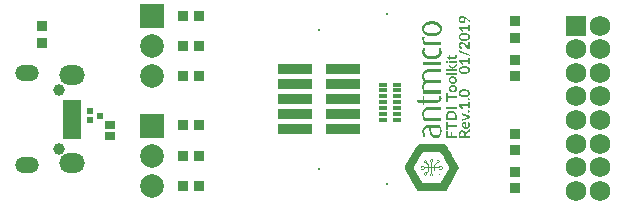
<source format=gts>
%FSLAX44Y44*%
%MOMM*%
G71*
G01*
G75*
G04 Layer_Color=8388736*
%ADD10R,1.3000X0.4500*%
%ADD11R,2.7940X0.7366*%
%ADD12R,0.5000X0.2000*%
%ADD13R,0.7620X0.7620*%
%ADD14R,0.3000X0.3000*%
%ADD15R,0.7620X0.7620*%
%ADD16R,0.6200X0.5700*%
%ADD17C,0.1500*%
%ADD18C,0.2540*%
%ADD19R,1.5240X1.5240*%
%ADD20C,1.5240*%
%ADD21C,0.8000*%
%ADD22O,1.8000X1.1500*%
%ADD23O,2.0000X1.4500*%
%ADD24R,1.8000X1.8000*%
%ADD25C,1.8000*%
%ADD26C,0.6100*%
%ADD27C,0.6000*%
%ADD28C,3.3000*%
%ADD29R,0.5700X0.6200*%
%ADD30R,0.6000X0.5500*%
%ADD31R,1.4000X2.2000*%
%ADD32O,1.7500X0.3500*%
%ADD33O,0.3500X1.7500*%
%ADD34R,0.8500X0.3500*%
%ADD35R,0.9500X0.9500*%
%ADD36R,0.5500X0.6000*%
%ADD37R,0.9700X0.9600*%
%ADD38R,0.9500X0.9500*%
%ADD39R,1.2500X0.3000*%
%ADD40O,0.3000X0.8000*%
%ADD41O,0.8000X0.3000*%
%ADD42R,1.5000X1.0000*%
%ADD43C,0.4000*%
%ADD44C,0.2286*%
%ADD45C,0.1778*%
%ADD46R,1.5032X0.6532*%
%ADD47R,2.8956X0.8382*%
%ADD48R,0.7032X0.4032*%
%ADD49R,0.9652X0.9652*%
%ADD50R,0.5032X0.5032*%
%ADD51R,0.9652X0.9652*%
%ADD52R,0.8232X0.7732*%
%ADD53C,0.2032*%
%ADD54R,1.7272X1.7272*%
%ADD55C,1.7272*%
%ADD56C,1.0032*%
%ADD57O,2.0032X1.3532*%
%ADD58O,2.2032X1.6532*%
%ADD59R,2.0032X2.0032*%
%ADD60C,2.0032*%
G36*
X1679267Y1178077D02*
X1679521Y1178006D01*
X1679549Y1177992D01*
X1679619Y1177950D01*
X1679817Y1177795D01*
X1679831Y1177767D01*
X1679887Y1177710D01*
X1679958Y1177612D01*
X1680014Y1177499D01*
X1680028Y1177471D01*
X1680042Y1177386D01*
X1680070Y1177273D01*
X1680085Y1177118D01*
Y1177104D01*
Y1177090D01*
X1680070Y1176991D01*
X1680014Y1176738D01*
X1680000D01*
Y1176709D01*
X1679958Y1176639D01*
X1679817Y1176442D01*
X1679732Y1176371D01*
X1679633Y1176301D01*
X1679521Y1176230D01*
X1679408Y1176202D01*
X1679140Y1176160D01*
X1679013Y1176174D01*
X1678774Y1176230D01*
X1678661Y1176286D01*
X1678562Y1176357D01*
X1678463Y1176442D01*
X1678393Y1176526D01*
X1678322Y1176625D01*
X1678266Y1176738D01*
X1678224Y1176850D01*
X1678196Y1176977D01*
X1678181Y1177118D01*
X1678196Y1177245D01*
X1678266Y1177499D01*
X1678322Y1177598D01*
X1678463Y1177795D01*
X1678492Y1177823D01*
X1678548Y1177879D01*
X1678647Y1177950D01*
X1678774Y1178006D01*
X1678802Y1178020D01*
X1678886Y1178049D01*
X1678999Y1178077D01*
X1679140Y1178091D01*
X1679168D01*
X1679267Y1178077D01*
D02*
G37*
G36*
X1680000Y1180121D02*
X1678830D01*
Y1181982D01*
X1673487D01*
X1672839Y1181996D01*
X1673938Y1180685D01*
X1673952Y1180671D01*
X1673981Y1180614D01*
X1674023Y1180544D01*
X1674051Y1180459D01*
Y1180445D01*
Y1180389D01*
Y1180248D01*
Y1180234D01*
X1674037Y1180191D01*
X1673995Y1180064D01*
X1673981Y1180050D01*
X1673952Y1180022D01*
X1673882Y1179966D01*
X1673205Y1179458D01*
X1670823Y1182264D01*
Y1183547D01*
X1678830D01*
Y1185196D01*
X1680000D01*
Y1180121D01*
D02*
G37*
G36*
X1679267Y1188452D02*
X1679521Y1188382D01*
X1679549Y1188368D01*
X1679619Y1188325D01*
X1679817Y1188170D01*
X1679831Y1188142D01*
X1679887Y1188086D01*
X1679958Y1187987D01*
X1680014Y1187874D01*
X1680028Y1187846D01*
X1680042Y1187762D01*
X1680070Y1187649D01*
X1680085Y1187494D01*
Y1187479D01*
Y1187465D01*
X1680070Y1187367D01*
X1680014Y1187113D01*
X1680000D01*
Y1187085D01*
X1679958Y1187014D01*
X1679817Y1186817D01*
X1679732Y1186747D01*
X1679633Y1186676D01*
X1679521Y1186606D01*
X1679408Y1186577D01*
X1679140Y1186535D01*
X1679013Y1186549D01*
X1678774Y1186606D01*
X1678661Y1186662D01*
X1678562Y1186732D01*
X1678463Y1186817D01*
X1678393Y1186901D01*
X1678322Y1187000D01*
X1678266Y1187113D01*
X1678224Y1187226D01*
X1678196Y1187353D01*
X1678181Y1187494D01*
X1678196Y1187620D01*
X1678266Y1187874D01*
X1678322Y1187973D01*
X1678463Y1188170D01*
X1678492Y1188198D01*
X1678548Y1188255D01*
X1678647Y1188325D01*
X1678774Y1188382D01*
X1678802Y1188396D01*
X1678886Y1188424D01*
X1678999Y1188452D01*
X1679140Y1188466D01*
X1679168D01*
X1679267Y1188452D01*
D02*
G37*
G36*
X1680000Y1160625D02*
Y1160611D01*
Y1160554D01*
X1679958Y1160385D01*
X1679859Y1160174D01*
X1679774Y1160075D01*
X1679662Y1159990D01*
X1676729Y1158059D01*
X1676631Y1157989D01*
X1676560Y1157918D01*
X1676490Y1157819D01*
X1676476Y1157791D01*
X1676448Y1157721D01*
X1676434Y1157608D01*
X1676419Y1157439D01*
Y1156706D01*
X1680000D01*
Y1155000D01*
X1670837D01*
Y1157791D01*
X1670865Y1158341D01*
X1670922Y1158863D01*
X1671034Y1159398D01*
X1671175Y1159793D01*
X1671330Y1160145D01*
X1671570Y1160498D01*
X1671626Y1160568D01*
X1671810Y1160738D01*
X1672077Y1160935D01*
X1672233Y1161033D01*
X1672416Y1161118D01*
X1672430Y1161132D01*
X1672500Y1161146D01*
X1672726Y1161231D01*
X1673064Y1161301D01*
X1673262Y1161316D01*
X1673473Y1161330D01*
X1673558D01*
X1673755Y1161316D01*
X1674037Y1161273D01*
X1674347Y1161189D01*
X1674361D01*
X1674418Y1161160D01*
X1674587Y1161090D01*
X1674841Y1160963D01*
X1675094Y1160794D01*
X1675108Y1160780D01*
X1675151Y1160752D01*
X1675292Y1160625D01*
X1675489Y1160413D01*
X1675588Y1160301D01*
X1675686Y1160160D01*
X1675700Y1160145D01*
X1675729Y1160089D01*
X1675827Y1159920D01*
X1675968Y1159652D01*
X1676095Y1159314D01*
X1676222Y1159497D01*
X1676391Y1159680D01*
X1676617Y1159864D01*
X1680000Y1162161D01*
Y1160625D01*
D02*
G37*
G36*
X1676546Y1168505D02*
X1676701Y1168491D01*
X1676828Y1168435D01*
X1676842Y1168420D01*
X1676885Y1168378D01*
X1676941Y1168294D01*
X1676955Y1168152D01*
Y1164121D01*
X1676969D01*
X1677040Y1164135D01*
X1677251Y1164163D01*
X1677815Y1164290D01*
X1677829Y1164304D01*
X1677871Y1164318D01*
X1678026Y1164389D01*
X1678224Y1164501D01*
X1678421Y1164657D01*
X1678548Y1164811D01*
X1678675Y1164995D01*
X1678774Y1165206D01*
X1678830Y1165404D01*
X1678872Y1165629D01*
X1678886Y1165897D01*
X1678872Y1166123D01*
X1678802Y1166560D01*
X1678745Y1166729D01*
X1678604Y1167039D01*
X1678407Y1167405D01*
X1678365Y1167504D01*
X1678337Y1167603D01*
X1678322Y1167701D01*
X1678337Y1167814D01*
X1678379Y1167913D01*
X1678463Y1167998D01*
X1679041Y1168449D01*
X1679055Y1168435D01*
X1679084Y1168406D01*
X1679211Y1168279D01*
X1679380Y1168082D01*
X1679549Y1167857D01*
X1679563Y1167842D01*
X1679577Y1167800D01*
X1679662Y1167645D01*
X1679774Y1167434D01*
X1679873Y1167180D01*
Y1167166D01*
X1679887Y1167123D01*
X1679944Y1166968D01*
X1680000Y1166743D01*
X1680042Y1166475D01*
Y1166461D01*
Y1166419D01*
X1680056Y1166249D01*
X1680070Y1166024D01*
X1680085Y1165756D01*
Y1165728D01*
Y1165643D01*
X1680056Y1165347D01*
X1680000Y1164938D01*
X1679873Y1164501D01*
X1679859Y1164473D01*
X1679831Y1164403D01*
X1679704Y1164163D01*
X1679492Y1163825D01*
X1679366Y1163656D01*
X1679211Y1163486D01*
X1679126Y1163416D01*
X1678914Y1163233D01*
X1678759Y1163120D01*
X1678562Y1163007D01*
X1678351Y1162894D01*
X1678125Y1162796D01*
X1678012Y1162753D01*
X1677688Y1162683D01*
X1677463Y1162626D01*
X1677209Y1162598D01*
X1676617Y1162556D01*
X1676208Y1162584D01*
X1675799Y1162641D01*
X1675362Y1162767D01*
X1675010Y1162937D01*
X1674685Y1163120D01*
X1674347Y1163388D01*
X1674277Y1163458D01*
X1674093Y1163670D01*
X1673868Y1163980D01*
X1673755Y1164163D01*
X1673656Y1164374D01*
X1673614Y1164473D01*
X1673572Y1164600D01*
X1673530Y1164755D01*
X1673487Y1164952D01*
X1673445Y1165178D01*
X1673417Y1165418D01*
X1673403Y1165686D01*
X1673431Y1166066D01*
X1673487Y1166433D01*
X1673600Y1166827D01*
X1673741Y1167138D01*
X1673910Y1167420D01*
X1674164Y1167716D01*
X1674178Y1167730D01*
X1674234Y1167786D01*
X1674418Y1167927D01*
X1674714Y1168124D01*
X1674897Y1168223D01*
X1675094Y1168308D01*
X1675123Y1168322D01*
X1675193Y1168336D01*
X1675461Y1168420D01*
X1675644Y1168449D01*
X1675856Y1168491D01*
X1676349Y1168519D01*
X1676405D01*
X1676546Y1168505D01*
D02*
G37*
G36*
X1680000Y1172988D02*
Y1171564D01*
X1673501Y1168984D01*
Y1170267D01*
X1673515Y1170380D01*
X1673530Y1170464D01*
X1673586Y1170563D01*
X1673642Y1170634D01*
X1673699Y1170676D01*
X1673783Y1170718D01*
X1677265Y1171973D01*
X1677279D01*
X1677322Y1171987D01*
X1677463Y1172043D01*
X1677646Y1172100D01*
X1677871Y1172156D01*
X1677885D01*
X1677914Y1172170D01*
X1678055Y1172198D01*
X1678449Y1172283D01*
X1678266Y1172325D01*
X1677871Y1172424D01*
X1677265Y1172607D01*
X1673783Y1173890D01*
X1673713Y1173932D01*
X1673642Y1173975D01*
X1673586Y1174045D01*
X1673544Y1174130D01*
X1673515Y1174214D01*
X1673501Y1174327D01*
Y1175567D01*
X1680000Y1172988D01*
D02*
G37*
G36*
X1680014Y1225302D02*
X1680028D01*
X1680056Y1225288D01*
X1680183Y1225217D01*
X1680324Y1225104D01*
X1680451Y1224949D01*
Y1224935D01*
X1680465Y1224907D01*
X1680522Y1224794D01*
X1680564Y1224653D01*
X1680592Y1224470D01*
Y1223808D01*
X1671133Y1227501D01*
X1670978Y1227586D01*
X1670851Y1227684D01*
X1670724Y1227811D01*
X1670654Y1227952D01*
X1670611Y1228107D01*
X1670583Y1228304D01*
Y1228981D01*
X1680014Y1225302D01*
D02*
G37*
G36*
X1680000Y1229827D02*
X1679492D01*
X1679380Y1229841D01*
X1679154Y1229883D01*
X1679055Y1229940D01*
X1678844Y1230109D01*
X1676053Y1232886D01*
X1675827Y1233097D01*
X1675616Y1233295D01*
X1675376Y1233506D01*
X1675179Y1233675D01*
X1674967Y1233816D01*
X1674742Y1233971D01*
X1674545Y1234070D01*
X1674333Y1234169D01*
X1674093Y1234253D01*
X1673882Y1234310D01*
X1673656Y1234338D01*
X1673530Y1234352D01*
X1673403D01*
X1673205Y1234338D01*
X1672825Y1234253D01*
X1672670Y1234183D01*
X1672543Y1234112D01*
X1672402Y1233986D01*
X1672388D01*
X1672374Y1233957D01*
X1672303Y1233873D01*
X1672204Y1233732D01*
X1672134Y1233563D01*
Y1233549D01*
X1672120Y1233520D01*
X1672092Y1233408D01*
X1672063Y1233238D01*
X1672049Y1233027D01*
Y1233013D01*
Y1232985D01*
X1672063Y1232858D01*
X1672134Y1232505D01*
Y1232491D01*
X1672148Y1232463D01*
X1672190Y1232364D01*
X1672359Y1232082D01*
X1672388Y1232054D01*
X1672458Y1231970D01*
X1672557Y1231871D01*
X1672698Y1231772D01*
X1672712D01*
X1672726Y1231758D01*
X1672811Y1231702D01*
X1672952Y1231631D01*
X1673107Y1231575D01*
X1673121D01*
X1673149Y1231561D01*
X1673262Y1231504D01*
X1673403Y1231420D01*
X1673459Y1231364D01*
X1673501Y1231293D01*
X1673515Y1231265D01*
X1673530Y1231166D01*
X1673544Y1231011D01*
X1673530Y1230800D01*
X1673389Y1229982D01*
X1672994Y1230067D01*
X1672233Y1230349D01*
X1671936Y1230532D01*
X1671669Y1230743D01*
X1671528Y1230884D01*
X1671401Y1231025D01*
X1671344Y1231096D01*
X1671218Y1231293D01*
X1671133Y1231434D01*
X1671048Y1231603D01*
X1670978Y1231772D01*
X1670907Y1231970D01*
X1670823Y1232308D01*
X1670766Y1232674D01*
X1670738Y1232886D01*
Y1233111D01*
X1670766Y1233492D01*
X1670809Y1233873D01*
X1670922Y1234268D01*
X1670950Y1234352D01*
X1671062Y1234578D01*
X1671218Y1234874D01*
X1671457Y1235170D01*
X1671514Y1235226D01*
X1671683Y1235381D01*
X1671810Y1235480D01*
X1671951Y1235579D01*
X1672106Y1235663D01*
X1672275Y1235748D01*
X1672289Y1235762D01*
X1672359Y1235776D01*
X1672585Y1235860D01*
X1672923Y1235931D01*
X1673135Y1235945D01*
X1673346Y1235959D01*
X1673431D01*
X1673656Y1235945D01*
X1673952Y1235889D01*
X1674291Y1235804D01*
X1674305D01*
X1674361Y1235776D01*
X1674545Y1235705D01*
X1675108Y1235409D01*
X1675123Y1235395D01*
X1675179Y1235367D01*
X1675348Y1235254D01*
X1675870Y1234831D01*
X1675884Y1234817D01*
X1675926Y1234775D01*
X1676095Y1234620D01*
X1676617Y1234127D01*
X1678731Y1232054D01*
X1678689Y1232237D01*
X1678604Y1232646D01*
X1678576Y1232830D01*
X1678548Y1233210D01*
Y1235564D01*
X1678562Y1235705D01*
X1678604Y1235832D01*
X1678689Y1235959D01*
Y1235973D01*
X1678717Y1235987D01*
X1678788Y1236044D01*
X1678914Y1236086D01*
X1679070Y1236114D01*
X1680000D01*
Y1229827D01*
D02*
G37*
G36*
X1676123Y1243712D02*
X1676800Y1243628D01*
X1677505Y1243487D01*
X1677519D01*
X1677547Y1243473D01*
X1677646Y1243445D01*
X1678026Y1243304D01*
X1678492Y1243078D01*
X1678745Y1242937D01*
X1678971Y1242768D01*
X1678999Y1242754D01*
X1679070Y1242683D01*
X1679295Y1242472D01*
X1679436Y1242303D01*
X1679577Y1242120D01*
X1679718Y1241922D01*
X1679831Y1241697D01*
X1679845Y1241668D01*
X1679873Y1241584D01*
X1679915Y1241471D01*
X1679958Y1241302D01*
X1680014Y1241105D01*
X1680056Y1240879D01*
X1680085Y1240625D01*
X1680099Y1240371D01*
Y1240343D01*
X1680085Y1240245D01*
X1680056Y1239934D01*
X1679986Y1239497D01*
X1679831Y1239032D01*
X1679817Y1239004D01*
X1679774Y1238934D01*
X1679619Y1238680D01*
X1679352Y1238327D01*
X1679168Y1238144D01*
X1678971Y1237975D01*
X1678872Y1237905D01*
X1678745Y1237820D01*
X1678576Y1237721D01*
X1678351Y1237608D01*
X1678111Y1237482D01*
X1677815Y1237369D01*
X1677505Y1237270D01*
X1677350Y1237228D01*
X1676913Y1237143D01*
X1676250Y1237059D01*
X1675856Y1237030D01*
X1675419Y1237016D01*
X1674714Y1237045D01*
X1674037Y1237129D01*
X1673346Y1237270D01*
X1672825Y1237453D01*
X1672345Y1237679D01*
X1672106Y1237820D01*
X1671880Y1237975D01*
X1671556Y1238271D01*
X1671415Y1238426D01*
X1671274Y1238609D01*
X1671133Y1238821D01*
X1671020Y1239032D01*
X1670978Y1239145D01*
X1670879Y1239427D01*
X1670823Y1239638D01*
X1670781Y1239864D01*
X1670752Y1240104D01*
X1670738Y1240371D01*
X1670766Y1240808D01*
X1670851Y1241231D01*
X1671020Y1241697D01*
X1671077Y1241795D01*
X1671232Y1242063D01*
X1671499Y1242415D01*
X1671683Y1242599D01*
X1671880Y1242768D01*
X1671908Y1242796D01*
X1671979Y1242838D01*
X1672275Y1243036D01*
X1672486Y1243149D01*
X1672740Y1243261D01*
X1673022Y1243388D01*
X1673346Y1243487D01*
X1673360D01*
X1673389Y1243501D01*
X1673501Y1243529D01*
X1673938Y1243614D01*
X1674587Y1243698D01*
X1674982Y1243727D01*
X1675419Y1243741D01*
X1675616D01*
X1676123Y1243712D01*
D02*
G37*
G36*
Y1196022D02*
X1676800Y1195938D01*
X1677505Y1195797D01*
X1677519D01*
X1677547Y1195783D01*
X1677646Y1195754D01*
X1678026Y1195613D01*
X1678492Y1195388D01*
X1678745Y1195247D01*
X1678971Y1195078D01*
X1678999Y1195064D01*
X1679070Y1194993D01*
X1679295Y1194782D01*
X1679436Y1194613D01*
X1679577Y1194429D01*
X1679718Y1194232D01*
X1679831Y1194006D01*
X1679845Y1193978D01*
X1679873Y1193894D01*
X1679915Y1193781D01*
X1679958Y1193612D01*
X1680014Y1193414D01*
X1680056Y1193189D01*
X1680085Y1192935D01*
X1680099Y1192681D01*
Y1192653D01*
X1680085Y1192554D01*
X1680056Y1192244D01*
X1679986Y1191807D01*
X1679831Y1191342D01*
X1679817Y1191314D01*
X1679774Y1191243D01*
X1679619Y1190990D01*
X1679352Y1190637D01*
X1679168Y1190454D01*
X1678971Y1190285D01*
X1678872Y1190214D01*
X1678745Y1190130D01*
X1678576Y1190031D01*
X1678351Y1189918D01*
X1678111Y1189791D01*
X1677815Y1189679D01*
X1677505Y1189580D01*
X1677350Y1189538D01*
X1676913Y1189453D01*
X1676250Y1189369D01*
X1675856Y1189340D01*
X1675419Y1189326D01*
X1674714Y1189354D01*
X1674037Y1189439D01*
X1673346Y1189580D01*
X1672825Y1189763D01*
X1672345Y1189989D01*
X1672106Y1190130D01*
X1671880Y1190285D01*
X1671556Y1190581D01*
X1671415Y1190736D01*
X1671274Y1190919D01*
X1671133Y1191131D01*
X1671020Y1191342D01*
X1670978Y1191455D01*
X1670879Y1191737D01*
X1670823Y1191948D01*
X1670781Y1192174D01*
X1670752Y1192413D01*
X1670738Y1192681D01*
X1670766Y1193118D01*
X1670851Y1193541D01*
X1671020Y1194006D01*
X1671077Y1194105D01*
X1671232Y1194373D01*
X1671499Y1194725D01*
X1671683Y1194909D01*
X1671880Y1195078D01*
X1671908Y1195106D01*
X1671979Y1195148D01*
X1672275Y1195346D01*
X1672486Y1195458D01*
X1672740Y1195571D01*
X1673022Y1195698D01*
X1673346Y1195797D01*
X1673360D01*
X1673389Y1195811D01*
X1673501Y1195839D01*
X1673938Y1195924D01*
X1674587Y1196008D01*
X1674982Y1196036D01*
X1675419Y1196050D01*
X1675616D01*
X1676123Y1196022D01*
D02*
G37*
G36*
Y1215730D02*
X1676800Y1215645D01*
X1677505Y1215504D01*
X1677519D01*
X1677547Y1215490D01*
X1677646Y1215462D01*
X1678026Y1215321D01*
X1678492Y1215096D01*
X1678745Y1214955D01*
X1678971Y1214785D01*
X1678999Y1214771D01*
X1679070Y1214701D01*
X1679295Y1214489D01*
X1679436Y1214320D01*
X1679577Y1214137D01*
X1679718Y1213940D01*
X1679831Y1213714D01*
X1679845Y1213686D01*
X1679873Y1213601D01*
X1679915Y1213488D01*
X1679958Y1213319D01*
X1680014Y1213122D01*
X1680056Y1212896D01*
X1680085Y1212643D01*
X1680099Y1212389D01*
Y1212361D01*
X1680085Y1212262D01*
X1680056Y1211952D01*
X1679986Y1211515D01*
X1679831Y1211050D01*
X1679817Y1211021D01*
X1679774Y1210951D01*
X1679619Y1210697D01*
X1679352Y1210345D01*
X1679168Y1210162D01*
X1678971Y1209992D01*
X1678872Y1209922D01*
X1678745Y1209837D01*
X1678576Y1209739D01*
X1678351Y1209626D01*
X1678111Y1209499D01*
X1677815Y1209386D01*
X1677505Y1209288D01*
X1677350Y1209245D01*
X1676913Y1209161D01*
X1676250Y1209076D01*
X1675856Y1209048D01*
X1675419Y1209034D01*
X1674714Y1209062D01*
X1674037Y1209147D01*
X1673346Y1209288D01*
X1672825Y1209471D01*
X1672345Y1209696D01*
X1672106Y1209837D01*
X1671880Y1209992D01*
X1671556Y1210288D01*
X1671415Y1210443D01*
X1671274Y1210627D01*
X1671133Y1210838D01*
X1671020Y1211050D01*
X1670978Y1211162D01*
X1670879Y1211444D01*
X1670823Y1211656D01*
X1670781Y1211881D01*
X1670752Y1212121D01*
X1670738Y1212389D01*
X1670766Y1212826D01*
X1670851Y1213249D01*
X1671020Y1213714D01*
X1671077Y1213813D01*
X1671232Y1214081D01*
X1671499Y1214433D01*
X1671683Y1214616D01*
X1671880Y1214785D01*
X1671908Y1214814D01*
X1671979Y1214856D01*
X1672275Y1215053D01*
X1672486Y1215166D01*
X1672740Y1215279D01*
X1673022Y1215406D01*
X1673346Y1215504D01*
X1673360D01*
X1673389Y1215518D01*
X1673501Y1215547D01*
X1673938Y1215631D01*
X1674587Y1215716D01*
X1674982Y1215744D01*
X1675419Y1215758D01*
X1675616D01*
X1676123Y1215730D01*
D02*
G37*
G36*
X1680000Y1217562D02*
X1678830D01*
Y1219423D01*
X1673487D01*
X1672839Y1219437D01*
X1673938Y1218126D01*
X1673952Y1218112D01*
X1673981Y1218056D01*
X1674023Y1217985D01*
X1674051Y1217901D01*
Y1217887D01*
Y1217830D01*
Y1217689D01*
Y1217675D01*
X1674037Y1217633D01*
X1673995Y1217506D01*
X1673981Y1217492D01*
X1673952Y1217464D01*
X1673882Y1217407D01*
X1673205Y1216900D01*
X1670823Y1219705D01*
Y1220988D01*
X1678830D01*
Y1222637D01*
X1680000D01*
Y1217562D01*
D02*
G37*
G36*
X1669000Y1179430D02*
X1659837D01*
Y1181136D01*
X1669000D01*
Y1179430D01*
D02*
G37*
G36*
X1661233Y1189918D02*
X1669000D01*
Y1188213D01*
X1661233D01*
Y1185450D01*
X1659837D01*
Y1192681D01*
X1661233D01*
Y1189918D01*
D02*
G37*
G36*
X1666209Y1199702D02*
X1666660Y1199631D01*
X1667139Y1199504D01*
X1667167Y1199490D01*
X1667238Y1199462D01*
X1667506Y1199335D01*
X1667844Y1199138D01*
X1668197Y1198856D01*
X1668211Y1198842D01*
X1668267Y1198785D01*
X1668436Y1198574D01*
X1668549Y1198419D01*
X1668662Y1198250D01*
X1668760Y1198052D01*
X1668859Y1197841D01*
X1668873Y1197813D01*
X1668887Y1197742D01*
X1668972Y1197460D01*
X1669014Y1197263D01*
X1669042Y1197037D01*
X1669070Y1196798D01*
X1669085Y1196530D01*
Y1196516D01*
Y1196502D01*
Y1196403D01*
X1669056Y1196093D01*
X1668986Y1195656D01*
X1668859Y1195191D01*
X1668845Y1195162D01*
X1668817Y1195092D01*
X1668690Y1194838D01*
X1668478Y1194514D01*
X1668197Y1194176D01*
X1668112Y1194105D01*
X1667900Y1193936D01*
X1667562Y1193725D01*
X1667365Y1193626D01*
X1667139Y1193527D01*
X1667026Y1193499D01*
X1666730Y1193414D01*
X1666519Y1193372D01*
X1666293Y1193344D01*
X1665744Y1193302D01*
X1665278Y1193330D01*
X1664827Y1193400D01*
X1664348Y1193527D01*
X1663981Y1193696D01*
X1663643Y1193908D01*
X1663305Y1194176D01*
X1663051Y1194457D01*
X1662952Y1194613D01*
X1662840Y1194782D01*
X1662741Y1194979D01*
X1662642Y1195191D01*
X1662600Y1195303D01*
X1662515Y1195585D01*
X1662445Y1196008D01*
X1662417Y1196262D01*
X1662403Y1196530D01*
X1662431Y1196967D01*
X1662501Y1197390D01*
X1662642Y1197841D01*
X1662811Y1198193D01*
X1663023Y1198518D01*
X1663305Y1198856D01*
X1663319Y1198870D01*
X1663375Y1198926D01*
X1663587Y1199095D01*
X1663742Y1199194D01*
X1663925Y1199307D01*
X1664122Y1199420D01*
X1664348Y1199504D01*
X1664376Y1199518D01*
X1664461Y1199547D01*
X1664757Y1199617D01*
X1664954Y1199659D01*
X1665194Y1199702D01*
X1665744Y1199730D01*
X1665871D01*
X1666209Y1199702D01*
D02*
G37*
G36*
X1661190Y1156706D02*
X1663911D01*
Y1160145D01*
X1665264D01*
Y1156706D01*
X1669000D01*
Y1155000D01*
X1659837D01*
Y1160780D01*
X1661190D01*
Y1156706D01*
D02*
G37*
G36*
X1661233Y1165812D02*
X1669000D01*
Y1164107D01*
X1661233D01*
Y1161344D01*
X1659837D01*
Y1168575D01*
X1661233D01*
Y1165812D01*
D02*
G37*
G36*
X1665025Y1177894D02*
X1665631Y1177795D01*
X1666279Y1177598D01*
X1666293D01*
X1666322Y1177583D01*
X1666420Y1177541D01*
X1666773Y1177358D01*
X1666998Y1177217D01*
X1667238Y1177062D01*
X1667492Y1176864D01*
X1667731Y1176653D01*
X1667760Y1176625D01*
X1667830Y1176540D01*
X1668070Y1176244D01*
X1668225Y1176033D01*
X1668309Y1175906D01*
X1668380Y1175779D01*
X1668535Y1175497D01*
X1668676Y1175187D01*
Y1175173D01*
X1668690Y1175145D01*
X1668732Y1175032D01*
X1668831Y1174623D01*
X1668901Y1174341D01*
X1668944Y1174017D01*
X1668986Y1173664D01*
X1669000Y1173481D01*
Y1173284D01*
Y1169788D01*
X1659837D01*
Y1173284D01*
Y1173467D01*
X1659879Y1173918D01*
X1659978Y1174524D01*
X1660175Y1175187D01*
X1660415Y1175694D01*
X1660711Y1176174D01*
X1660908Y1176413D01*
X1661120Y1176653D01*
X1661148Y1176681D01*
X1661233Y1176752D01*
X1661529Y1177005D01*
X1661740Y1177146D01*
X1661853Y1177231D01*
X1661994Y1177301D01*
X1662262Y1177457D01*
X1662572Y1177598D01*
X1662586D01*
X1662614Y1177612D01*
X1662713Y1177654D01*
X1662896Y1177710D01*
X1663122Y1177767D01*
X1663389Y1177823D01*
X1663714Y1177879D01*
X1663869Y1177908D01*
X1664052Y1177922D01*
X1664418Y1177936D01*
X1664588D01*
X1665025Y1177894D01*
D02*
G37*
G36*
X1660725Y1219987D02*
X1660993Y1219917D01*
X1661021Y1219903D01*
X1661092Y1219860D01*
X1661303Y1219691D01*
X1661317Y1219663D01*
X1661373Y1219607D01*
X1661444Y1219508D01*
X1661514Y1219381D01*
Y1219367D01*
X1661529Y1219353D01*
X1661543Y1219268D01*
X1661585Y1218986D01*
Y1218972D01*
Y1218958D01*
X1661571Y1218859D01*
X1661514Y1218606D01*
Y1218592D01*
X1661500Y1218577D01*
X1661458Y1218493D01*
X1661303Y1218281D01*
X1661204Y1218211D01*
X1661106Y1218140D01*
X1660993Y1218070D01*
X1660880Y1218042D01*
X1660598Y1217999D01*
X1660471Y1218014D01*
X1660204Y1218070D01*
X1660091Y1218126D01*
X1659992Y1218197D01*
X1659893Y1218281D01*
X1659809Y1218380D01*
X1659738Y1218479D01*
X1659682Y1218606D01*
X1659640Y1218718D01*
X1659611Y1218845D01*
X1659597Y1218986D01*
X1659611Y1219113D01*
X1659682Y1219381D01*
X1659738Y1219494D01*
X1659795Y1219593D01*
X1659893Y1219691D01*
X1659922Y1219719D01*
X1659978Y1219776D01*
X1660077Y1219846D01*
X1660204Y1219917D01*
X1660218D01*
X1660232Y1219931D01*
X1660316Y1219959D01*
X1660443Y1219987D01*
X1660598Y1220001D01*
X1660626D01*
X1660725Y1219987D01*
D02*
G37*
G36*
X1669000Y1218211D02*
X1662501D01*
Y1219790D01*
X1669000D01*
Y1218211D01*
D02*
G37*
G36*
X1668549Y1225245D02*
X1668577Y1225203D01*
X1668690Y1225034D01*
X1668760Y1224921D01*
X1668831Y1224780D01*
X1668901Y1224639D01*
X1668958Y1224470D01*
Y1224456D01*
X1668972Y1224400D01*
X1669028Y1224188D01*
X1669070Y1223906D01*
X1669099Y1223554D01*
Y1223540D01*
Y1223511D01*
X1669085Y1223413D01*
X1669042Y1223074D01*
X1668986Y1222863D01*
X1668901Y1222652D01*
X1668789Y1222440D01*
X1668634Y1222257D01*
X1668549Y1222186D01*
X1668436Y1222116D01*
X1668281Y1222031D01*
X1668098Y1221947D01*
X1667872Y1221876D01*
X1667604Y1221820D01*
X1667308Y1221806D01*
X1663671D01*
Y1221129D01*
Y1221115D01*
X1663657Y1221059D01*
X1663629Y1220988D01*
X1663587Y1220918D01*
X1663530Y1220875D01*
X1663446Y1220847D01*
X1663347Y1220833D01*
X1662727D01*
X1662544Y1221876D01*
X1660767Y1222200D01*
X1660697Y1222229D01*
X1660570Y1222327D01*
X1660528Y1222384D01*
X1660514Y1222454D01*
X1660500Y1222553D01*
Y1223371D01*
X1662558D01*
Y1225104D01*
X1663671D01*
Y1223371D01*
X1667252D01*
X1667365Y1223385D01*
X1667534Y1223427D01*
X1667675Y1223511D01*
X1667760Y1223624D01*
X1667816Y1223751D01*
X1667844Y1223920D01*
X1667816Y1224174D01*
X1667745Y1224343D01*
X1667675Y1224470D01*
X1667647Y1224512D01*
X1667633Y1224583D01*
Y1224625D01*
X1667675Y1224696D01*
X1667774Y1224794D01*
X1668535Y1225259D01*
X1668549Y1225245D01*
D02*
G37*
G36*
X1666209Y1206990D02*
X1666660Y1206919D01*
X1667139Y1206792D01*
X1667167Y1206778D01*
X1667238Y1206750D01*
X1667506Y1206623D01*
X1667844Y1206426D01*
X1668197Y1206144D01*
X1668211Y1206130D01*
X1668267Y1206074D01*
X1668436Y1205862D01*
X1668549Y1205707D01*
X1668662Y1205538D01*
X1668760Y1205340D01*
X1668859Y1205129D01*
X1668873Y1205101D01*
X1668887Y1205030D01*
X1668972Y1204748D01*
X1669014Y1204551D01*
X1669042Y1204325D01*
X1669070Y1204086D01*
X1669085Y1203818D01*
Y1203804D01*
Y1203790D01*
Y1203691D01*
X1669056Y1203381D01*
X1668986Y1202944D01*
X1668859Y1202479D01*
X1668845Y1202450D01*
X1668817Y1202380D01*
X1668690Y1202126D01*
X1668478Y1201802D01*
X1668197Y1201464D01*
X1668112Y1201393D01*
X1667900Y1201224D01*
X1667562Y1201013D01*
X1667365Y1200914D01*
X1667139Y1200815D01*
X1667026Y1200787D01*
X1666730Y1200703D01*
X1666519Y1200660D01*
X1666293Y1200632D01*
X1665744Y1200590D01*
X1665278Y1200618D01*
X1664827Y1200688D01*
X1664348Y1200815D01*
X1663981Y1200984D01*
X1663643Y1201196D01*
X1663305Y1201464D01*
X1663051Y1201746D01*
X1662952Y1201901D01*
X1662840Y1202070D01*
X1662741Y1202267D01*
X1662642Y1202479D01*
X1662600Y1202591D01*
X1662515Y1202873D01*
X1662445Y1203296D01*
X1662417Y1203550D01*
X1662403Y1203818D01*
X1662431Y1204255D01*
X1662501Y1204678D01*
X1662642Y1205129D01*
X1662811Y1205481D01*
X1663023Y1205806D01*
X1663305Y1206144D01*
X1663319Y1206158D01*
X1663375Y1206214D01*
X1663587Y1206384D01*
X1663742Y1206482D01*
X1663925Y1206595D01*
X1664122Y1206708D01*
X1664348Y1206792D01*
X1664376Y1206806D01*
X1664461Y1206835D01*
X1664757Y1206905D01*
X1664954Y1206947D01*
X1665194Y1206990D01*
X1665744Y1207018D01*
X1665871D01*
X1666209Y1206990D01*
D02*
G37*
G36*
X1669000Y1208244D02*
X1659583D01*
Y1209809D01*
X1669000D01*
Y1208244D01*
D02*
G37*
G36*
Y1215970D02*
Y1215956D01*
Y1215941D01*
X1668986Y1215857D01*
X1668944Y1215645D01*
X1668929Y1215631D01*
X1668901Y1215575D01*
X1668831Y1215504D01*
X1668732Y1215434D01*
X1666265Y1213770D01*
X1666181Y1213714D01*
X1666110Y1213658D01*
X1666068Y1213587D01*
X1666054Y1213573D01*
X1666040Y1213517D01*
X1666026Y1213305D01*
Y1212953D01*
X1669000D01*
Y1211374D01*
X1659583D01*
Y1212953D01*
X1664982D01*
Y1213235D01*
Y1213333D01*
X1664940Y1213488D01*
X1664898Y1213545D01*
X1664855Y1213601D01*
X1664771Y1213672D01*
X1662769Y1215293D01*
X1662699Y1215363D01*
X1662628Y1215434D01*
X1662572Y1215518D01*
X1662529Y1215603D01*
X1662515Y1215716D01*
X1662501Y1215843D01*
Y1217266D01*
X1664912Y1215251D01*
X1664926Y1215237D01*
X1664954Y1215208D01*
X1665067Y1215110D01*
X1665208Y1214969D01*
X1665278Y1214884D01*
X1665349Y1214785D01*
X1665419Y1214856D01*
X1665574Y1215011D01*
X1665603Y1215025D01*
X1665659Y1215081D01*
X1665842Y1215222D01*
X1669000Y1217393D01*
Y1215970D01*
D02*
G37*
G36*
X1656074Y1189303D02*
X1656140Y1188440D01*
X1655881Y1186880D01*
X1655115Y1185674D01*
X1653853Y1184895D01*
X1652111Y1184619D01*
X1641652D01*
Y1182782D01*
X1640023D01*
Y1184619D01*
X1636351D01*
X1635588Y1187097D01*
X1635683Y1187226D01*
X1640023D01*
Y1190011D01*
X1641652D01*
Y1187226D01*
X1652111D01*
X1653044Y1187352D01*
X1653743Y1187729D01*
X1654181Y1188350D01*
X1654333Y1189211D01*
X1654232Y1189890D01*
X1654336Y1190011D01*
X1655874D01*
X1656074Y1189303D01*
D02*
G37*
G36*
X1655905Y1212964D02*
X1656017Y1212851D01*
X1656015Y1210363D01*
X1656015D01*
Y1210363D01*
X1656010Y1210345D01*
X1655991Y1210337D01*
X1644855Y1210339D01*
Y1210339D01*
D01*
D01*
Y1210339D01*
X1644854Y1210339D01*
X1644853Y1210339D01*
X1644853Y1210339D01*
Y1210339D01*
D01*
D01*
Y1210339D01*
X1644103Y1210293D01*
X1643430Y1210155D01*
X1642841Y1209918D01*
X1642345Y1209578D01*
X1641947Y1209129D01*
X1641652Y1208566D01*
X1641470Y1207883D01*
X1641408Y1207075D01*
X1641514Y1206152D01*
X1641817Y1205329D01*
X1642291Y1204606D01*
X1642907Y1203988D01*
X1655904D01*
X1656017Y1203875D01*
X1656015Y1201385D01*
X1656015D01*
Y1201385D01*
X1656009Y1201366D01*
X1655990Y1201358D01*
X1644440Y1201360D01*
Y1201360D01*
D01*
D01*
Y1201360D01*
X1644440Y1201360D01*
X1644438Y1201360D01*
X1644438Y1201360D01*
Y1201360D01*
D01*
D01*
Y1201360D01*
X1643783Y1201312D01*
X1643194Y1201168D01*
X1642677Y1200920D01*
X1642239Y1200568D01*
X1641886Y1200105D01*
X1641625Y1199528D01*
X1641463Y1198830D01*
X1641408Y1198009D01*
X1641530Y1196394D01*
X1641937Y1195040D01*
X1655904D01*
X1656017Y1194927D01*
X1656015Y1192438D01*
X1656015D01*
Y1192438D01*
X1656009Y1192419D01*
X1655990Y1192411D01*
X1640852Y1192413D01*
Y1192413D01*
X1640852D01*
X1640833Y1192419D01*
X1640829Y1192430D01*
X1640011Y1194938D01*
X1640011Y1194938D01*
X1640009Y1194943D01*
X1639704Y1197916D01*
X1639703Y1197916D01*
X1639704Y1197921D01*
D01*
D01*
Y1197921D01*
D01*
D01*
Y1197921D01*
D01*
D01*
Y1197921D01*
Y1197921D01*
D01*
Y1197921D01*
Y1197921D01*
D01*
Y1197921D01*
D01*
D01*
D01*
D01*
Y1197921D01*
D01*
D01*
Y1197921D01*
X1639704D01*
X1639824Y1199537D01*
D01*
X1639824D01*
D01*
D01*
X1639824Y1199537D01*
D01*
D01*
D01*
D01*
Y1199537D01*
D01*
D01*
D01*
D01*
Y1199537D01*
D01*
X1640182Y1200835D01*
D01*
D01*
D01*
D01*
D01*
D01*
X1640182D01*
X1640182Y1200835D01*
X1640182Y1200835D01*
X1640182D01*
D01*
X1640182Y1200836D01*
X1640183Y1200838D01*
X1640768Y1201880D01*
X1640768Y1201880D01*
X1640768Y1201880D01*
X1640768Y1201880D01*
X1640768D01*
X1640769Y1201881D01*
X1641560Y1202720D01*
Y1202720D01*
X1641560Y1202720D01*
X1641560D01*
X1640795Y1203603D01*
X1640796D01*
Y1203603D01*
D01*
D01*
D01*
D01*
D01*
D01*
D01*
D01*
D01*
D01*
D01*
D01*
D01*
D01*
D01*
D01*
D01*
D01*
Y1203603D01*
D01*
D01*
D01*
D01*
D01*
D01*
D01*
D01*
D01*
D01*
D01*
D01*
D01*
D01*
D01*
D01*
D01*
D01*
Y1203603D01*
X1640795D01*
X1640795Y1203604D01*
X1640205Y1204692D01*
D01*
Y1204692D01*
D01*
D01*
D01*
D01*
D01*
D01*
Y1204692D01*
X1640205Y1204692D01*
X1640203Y1204696D01*
X1639833Y1205936D01*
D01*
D01*
X1639833D01*
X1639833Y1205936D01*
D01*
D01*
X1639832Y1205941D01*
D01*
D01*
D01*
D01*
D01*
D01*
D01*
X1639832D01*
X1639832D01*
D01*
D01*
D01*
X1639704Y1207309D01*
D01*
X1639704D01*
D01*
D01*
D01*
D01*
X1639704Y1207309D01*
D01*
D01*
D01*
D01*
D01*
D01*
Y1207309D01*
D01*
D01*
Y1207309D01*
X1639705Y1207316D01*
X1640080Y1209845D01*
X1640080Y1209845D01*
Y1209845D01*
D01*
X1640080D01*
D01*
Y1209845D01*
D01*
D01*
X1641140Y1211605D01*
D01*
D01*
X1641140Y1211605D01*
D01*
D01*
X1641140Y1211606D01*
X1641147Y1211613D01*
D01*
D01*
D01*
D01*
X1641147D01*
D01*
Y1211613D01*
D01*
X1641148Y1211614D01*
D01*
Y1211614D01*
D01*
D01*
Y1211614D01*
D01*
Y1211614D01*
X1641148D01*
D01*
X1642776Y1212631D01*
Y1212631D01*
Y1212631D01*
D01*
D01*
D01*
D01*
D01*
D01*
D01*
D01*
D01*
D01*
D01*
Y1212631D01*
X1642776D01*
D01*
D01*
D01*
D01*
D01*
D01*
X1642776D01*
X1642776Y1212631D01*
D01*
X1642776Y1212631D01*
X1642776Y1212631D01*
D01*
D01*
Y1212631D01*
D01*
D01*
X1642776Y1212631D01*
D01*
D01*
D01*
Y1212631D01*
D01*
X1642776D01*
X1642785Y1212635D01*
X1644879Y1212964D01*
X1644879Y1212964D01*
X1644879D01*
X1644879D01*
X1644883Y1212966D01*
Y1212966D01*
D01*
X1655905Y1212964D01*
D02*
G37*
G36*
X1655990Y1216471D02*
X1640023D01*
Y1219077D01*
X1655990D01*
Y1216471D01*
D02*
G37*
G36*
X1648243Y1136789D02*
X1648563Y1136657D01*
X1648838Y1136446D01*
X1649049Y1136171D01*
X1649182Y1135851D01*
X1649227Y1135507D01*
X1649182Y1135164D01*
X1649049Y1134843D01*
X1648838Y1134568D01*
X1648563Y1134358D01*
X1648270Y1134236D01*
D01*
X1648259Y1134241D01*
X1648259Y1134241D01*
X1648259Y1134214D01*
Y1134214D01*
Y1132600D01*
X1648260Y1129869D01*
X1650055D01*
X1650053Y1131897D01*
X1650055Y1131897D01*
X1650055Y1131897D01*
X1650055Y1131897D01*
Y1131897D01*
X1650055D01*
X1650055Y1131897D01*
X1650057Y1132002D01*
D01*
X1650057Y1132002D01*
D01*
D01*
D01*
Y1132003D01*
X1650057Y1132003D01*
D01*
D01*
D01*
Y1132003D01*
X1650057D01*
X1650119Y1132178D01*
D01*
Y1132178D01*
D01*
D01*
X1650119D01*
D01*
D01*
D01*
D01*
D01*
X1650119D01*
Y1132178D01*
D01*
D01*
X1650278Y1132366D01*
X1650278Y1132366D01*
Y1132366D01*
D01*
D01*
D01*
D01*
D01*
D01*
D01*
X1650278D01*
D01*
D01*
D01*
D01*
D01*
X1650278D01*
D01*
D01*
D01*
D01*
D01*
X1650278D01*
D01*
Y1132366D01*
D01*
D01*
D01*
X1650278D01*
D01*
D01*
D01*
D01*
D01*
D01*
X1650278Y1132366D01*
Y1132366D01*
X1650278D01*
D01*
Y1132366D01*
D01*
D01*
D01*
D01*
D01*
D01*
D01*
D01*
X1650278Y1132367D01*
X1650278D01*
D01*
Y1132367D01*
D01*
D01*
D01*
D01*
D01*
D01*
D01*
D01*
D01*
X1650279Y1132367D01*
X1650279D01*
D01*
D01*
D01*
D01*
Y1132367D01*
D01*
D01*
D01*
D01*
D01*
D01*
D01*
D01*
D01*
D01*
D01*
D01*
D01*
D01*
D01*
X1650279Y1132367D01*
D01*
D01*
D01*
D01*
D01*
D01*
D01*
D01*
D01*
D01*
D01*
D01*
D01*
D01*
D01*
D01*
D01*
D01*
D01*
D01*
D01*
D01*
D01*
D01*
D01*
Y1132367D01*
D01*
D01*
D01*
D01*
D01*
D01*
D01*
D01*
D01*
D01*
D01*
D01*
D01*
D01*
D01*
D01*
D01*
D01*
D01*
D01*
D01*
D01*
D01*
D01*
Y1132367D01*
D01*
D01*
D01*
D01*
X1650279D01*
D01*
D01*
D01*
X1650479Y1132583D01*
D01*
X1650479D01*
D01*
D01*
D01*
D01*
D01*
X1650479D01*
D01*
D01*
D01*
D01*
D01*
X1650479D01*
D01*
D01*
D01*
Y1132583D01*
D01*
D01*
X1650479Y1132584D01*
Y1132584D01*
D01*
D01*
D01*
D01*
D01*
D01*
D01*
Y1132584D01*
D01*
D01*
D01*
D01*
D01*
D01*
D01*
D01*
D01*
D01*
D01*
D01*
D01*
Y1132584D01*
D01*
D01*
D01*
X1650479D01*
D01*
D01*
D01*
D01*
D01*
D01*
D01*
X1650650Y1132766D01*
X1650650Y1132766D01*
Y1132766D01*
X1650650D01*
Y1132766D01*
D01*
D01*
D01*
X1650650Y1132766D01*
X1650650Y1132766D01*
X1650651Y1132766D01*
D01*
D01*
D01*
X1650651Y1132766D01*
X1650652D01*
X1650652Y1132766D01*
D01*
D01*
D01*
D01*
D01*
D01*
D01*
D01*
D01*
X1650652Y1132766D01*
X1650724Y1132843D01*
D01*
X1650724Y1132843D01*
Y1132843D01*
X1650726Y1132842D01*
D01*
D01*
D01*
X1650726D01*
X1650726Y1132842D01*
D01*
D01*
D01*
X1650726Y1132842D01*
X1652005Y1134125D01*
X1651903Y1134371D01*
X1651858Y1134714D01*
X1651903Y1135058D01*
X1652036Y1135378D01*
X1652247Y1135653D01*
X1652522Y1135864D01*
X1652842Y1135997D01*
X1653186Y1136042D01*
X1653529Y1135997D01*
X1653849Y1135864D01*
X1654124Y1135653D01*
X1654335Y1135378D01*
X1654468Y1135058D01*
X1654513Y1134714D01*
X1654468Y1134371D01*
X1654335Y1134051D01*
X1654124Y1133776D01*
X1653849Y1133565D01*
X1653529Y1133432D01*
X1653186Y1133387D01*
X1652842Y1133432D01*
X1652522Y1133565D01*
X1652486Y1133592D01*
X1652489Y1133597D01*
X1650992Y1132098D01*
X1650898Y1131997D01*
X1650787Y1131844D01*
X1650770Y1131695D01*
Y1129869D01*
X1653605Y1129870D01*
X1653621Y1129992D01*
X1653807Y1130441D01*
X1654103Y1130827D01*
X1654488Y1131123D01*
X1654937Y1131309D01*
X1655419Y1131372D01*
X1655901Y1131309D01*
X1656350Y1131123D01*
X1656736Y1130827D01*
X1657032Y1130441D01*
X1657218Y1129992D01*
X1657281Y1129510D01*
X1657218Y1129028D01*
X1657032Y1128579D01*
X1656736Y1128193D01*
X1656350Y1127897D01*
X1655901Y1127711D01*
X1655419Y1127648D01*
X1654937Y1127711D01*
X1654488Y1127897D01*
X1654103Y1128193D01*
X1653807Y1128579D01*
X1653621Y1129028D01*
X1653604Y1129153D01*
X1653608Y1129153D01*
X1650770D01*
Y1127325D01*
X1650787Y1127178D01*
X1650898Y1127025D01*
X1650992Y1126923D01*
X1652488Y1125428D01*
X1652516Y1125449D01*
X1652836Y1125582D01*
X1653179Y1125627D01*
X1653523Y1125582D01*
X1653843Y1125449D01*
X1654118Y1125238D01*
X1654329Y1124963D01*
X1654462Y1124643D01*
X1654507Y1124299D01*
X1654462Y1123956D01*
X1654329Y1123635D01*
X1654118Y1123360D01*
X1653843Y1123149D01*
X1653523Y1123017D01*
X1653179Y1122972D01*
X1652836Y1123017D01*
X1652516Y1123149D01*
X1652241Y1123360D01*
X1652030Y1123635D01*
X1651897Y1123956D01*
X1651852Y1124299D01*
X1651897Y1124643D01*
X1652001Y1124895D01*
X1652007Y1124897D01*
X1652007Y1124897D01*
X1651997Y1124906D01*
X1651997Y1124906D01*
X1650724Y1126178D01*
D01*
X1650724Y1126178D01*
D01*
X1650726Y1126179D01*
Y1126180D01*
X1650726Y1126180D01*
X1650726D01*
D01*
Y1126180D01*
X1650726D01*
X1650650Y1126254D01*
X1650651Y1126256D01*
X1650651Y1126256D01*
X1650478Y1126436D01*
Y1126436D01*
X1650479Y1126437D01*
Y1126437D01*
X1650479D01*
X1650479Y1126437D01*
D01*
D01*
Y1126438D01*
X1650479D01*
X1650479D01*
D01*
D01*
D01*
D01*
D01*
D01*
D01*
D01*
D01*
X1650479D01*
D01*
D01*
D01*
Y1126437D01*
X1650278Y1126653D01*
X1650278Y1126655D01*
X1650119Y1126843D01*
X1650119Y1126843D01*
X1650057Y1127018D01*
D01*
D01*
X1650057D01*
X1650057D01*
Y1127018D01*
D01*
X1650057Y1127019D01*
Y1127019D01*
D01*
D01*
X1650057Y1127019D01*
X1650057Y1127019D01*
X1650056Y1127026D01*
X1650053Y1127124D01*
X1650055Y1127124D01*
Y1129153D01*
X1648260D01*
X1648262Y1127103D01*
X1648260Y1127101D01*
X1648260D01*
X1648260Y1124768D01*
X1648520Y1124661D01*
X1648795Y1124450D01*
X1649006Y1124175D01*
X1649138Y1123855D01*
X1649184Y1123511D01*
X1649138Y1123167D01*
X1649006Y1122847D01*
X1648795Y1122572D01*
X1648520Y1122361D01*
X1648200Y1122229D01*
X1647856Y1122184D01*
X1647513Y1122229D01*
X1647192Y1122361D01*
X1646917Y1122572D01*
X1646706Y1122847D01*
X1646574Y1123167D01*
X1646529Y1123511D01*
X1646574Y1123855D01*
X1646706Y1124175D01*
X1646917Y1124450D01*
X1647192Y1124661D01*
X1647474Y1124767D01*
X1647474D01*
X1647543Y1124767D01*
D01*
D01*
D01*
D01*
D01*
Y1124767D01*
D01*
D01*
D01*
D01*
D01*
D01*
D01*
D01*
D01*
D01*
D01*
D01*
D01*
D01*
D01*
D01*
X1647543D01*
D01*
D01*
D01*
D01*
D01*
D01*
D01*
D01*
D01*
D01*
D01*
Y1124767D01*
D01*
D01*
D01*
D01*
D01*
D01*
D01*
D01*
D01*
D01*
D01*
D01*
D01*
D01*
X1647543D01*
D01*
D01*
D01*
D01*
D01*
D01*
D01*
D01*
D01*
Y1124767D01*
D01*
D01*
D01*
D01*
X1647543D01*
D01*
D01*
D01*
D01*
D01*
D01*
X1647543D01*
D01*
D01*
X1647543D01*
Y1124767D01*
D01*
D01*
D01*
D01*
X1647543D01*
D01*
D01*
D01*
D01*
D01*
D01*
D01*
D01*
D01*
D01*
D01*
D01*
D01*
D01*
D01*
D01*
D01*
D01*
D01*
D01*
D01*
D01*
D01*
D01*
D01*
D01*
D01*
Y1124767D01*
D01*
D01*
D01*
Y1124767D01*
D01*
D01*
D01*
D01*
D01*
D01*
D01*
D01*
D01*
D01*
Y1124767D01*
Y1124767D01*
X1647543Y1124837D01*
X1647543Y1124837D01*
X1647543D01*
Y1124840D01*
X1647543Y1124840D01*
X1647542Y1126995D01*
X1647541Y1127078D01*
X1647543Y1127080D01*
X1647543D01*
X1647544Y1129153D01*
X1645702D01*
X1645704Y1127124D01*
X1645702Y1127124D01*
D01*
D01*
X1645702D01*
D01*
Y1127124D01*
X1645702D01*
X1645702D01*
X1645702Y1127124D01*
D01*
D01*
Y1127124D01*
D01*
D01*
D01*
Y1127124D01*
D01*
D01*
X1645702D01*
X1645702D01*
X1645701Y1127026D01*
X1645699Y1127018D01*
X1645699Y1127018D01*
X1645699D01*
X1645699Y1127018D01*
X1645699Y1127018D01*
X1645699Y1127018D01*
X1645637Y1126842D01*
X1645637D01*
D01*
D01*
D01*
D01*
X1645637D01*
Y1126842D01*
D01*
D01*
D01*
D01*
D01*
D01*
D01*
D01*
D01*
D01*
D01*
D01*
X1645637D01*
D01*
Y1126842D01*
X1645637Y1126842D01*
D01*
X1645637D01*
D01*
D01*
D01*
D01*
Y1126842D01*
D01*
D01*
D01*
D01*
D01*
Y1126842D01*
X1645637Y1126842D01*
D01*
X1645637Y1126841D01*
X1645636Y1126840D01*
X1645636Y1126840D01*
D01*
D01*
D01*
D01*
D01*
D01*
D01*
X1645636Y1126840D01*
X1645636Y1126839D01*
X1645636Y1126838D01*
D01*
X1645633Y1126834D01*
D01*
X1645633D01*
D01*
D01*
D01*
D01*
D01*
X1645633D01*
D01*
D01*
Y1126834D01*
D01*
D01*
Y1126834D01*
D01*
Y1126834D01*
D01*
D01*
D01*
D01*
D01*
D01*
D01*
Y1126834D01*
D01*
D01*
D01*
X1645633D01*
X1645479Y1126653D01*
X1645479Y1126653D01*
D01*
D01*
D01*
D01*
D01*
X1645479D01*
Y1126653D01*
D01*
D01*
D01*
D01*
Y1126653D01*
D01*
D01*
D01*
D01*
D01*
D01*
D01*
D01*
D01*
D01*
D01*
D01*
D01*
D01*
D01*
Y1126653D01*
D01*
D01*
D01*
D01*
D01*
D01*
D01*
D01*
D01*
D01*
D01*
D01*
D01*
D01*
Y1126653D01*
D01*
D01*
D01*
D01*
D01*
D01*
D01*
D01*
X1645478Y1126653D01*
X1645478Y1126653D01*
X1645478Y1126654D01*
D01*
D01*
Y1126654D01*
D01*
D01*
D01*
D01*
D01*
D01*
D01*
D01*
D01*
X1645478D01*
D01*
D01*
D01*
D01*
D01*
D01*
D01*
D01*
D01*
D01*
D01*
D01*
D01*
D01*
D01*
D01*
D01*
D01*
D01*
D01*
D01*
D01*
D01*
X1645478D01*
D01*
D01*
X1645478D01*
X1645478D01*
X1645478D01*
X1645478D01*
D01*
D01*
D01*
D01*
D01*
D01*
D01*
D01*
D01*
D01*
X1645478D01*
D01*
D01*
D01*
Y1126654D01*
D01*
D01*
X1645478Y1126654D01*
D01*
D01*
D01*
D01*
D01*
D01*
D01*
D01*
D01*
X1645478D01*
D01*
Y1126654D01*
D01*
D01*
D01*
D01*
D01*
D01*
D01*
X1645477Y1126653D01*
X1645477Y1126653D01*
D01*
D01*
D01*
D01*
D01*
D01*
D01*
D01*
D01*
Y1126653D01*
D01*
D01*
D01*
D01*
D01*
D01*
D01*
D01*
D01*
D01*
D01*
Y1126653D01*
D01*
D01*
D01*
D01*
D01*
D01*
D01*
D01*
D01*
D01*
D01*
D01*
Y1126653D01*
D01*
D01*
D01*
Y1126653D01*
X1645279Y1126437D01*
X1645279Y1126437D01*
D01*
D01*
Y1126437D01*
D01*
X1645279Y1126437D01*
D01*
D01*
D01*
D01*
D01*
X1645279D01*
X1645278Y1126437D01*
X1645277Y1126437D01*
X1645277D01*
D01*
D01*
Y1126437D01*
D01*
D01*
Y1126437D01*
Y1126437D01*
D01*
D01*
D01*
D01*
X1645107Y1126254D01*
X1645106Y1126254D01*
X1645106Y1126254D01*
X1645105Y1126255D01*
Y1126254D01*
D01*
X1645034Y1126178D01*
D01*
X1645032Y1126179D01*
D01*
D01*
D01*
D01*
D01*
X1645032D01*
D01*
D01*
D01*
D01*
D01*
D01*
D01*
D01*
D01*
D01*
D01*
D01*
D01*
X1645032D01*
D01*
D01*
D01*
D01*
D01*
D01*
D01*
D01*
D01*
X1645032D01*
D01*
D01*
Y1126179D01*
D01*
D01*
X1645032Y1126179D01*
X1645032D01*
X1645032Y1126179D01*
X1645032Y1126179D01*
X1645032Y1126179D01*
X1645032D01*
D01*
D01*
D01*
D01*
D01*
D01*
D01*
Y1126179D01*
D01*
D01*
D01*
X1645031Y1126179D01*
D01*
X1645031D01*
D01*
D01*
D01*
Y1126179D01*
D01*
D01*
D01*
D01*
D01*
D01*
D01*
Y1126179D01*
D01*
D01*
D01*
D01*
D01*
D01*
D01*
Y1126179D01*
D01*
D01*
D01*
Y1126178D01*
D01*
D01*
D01*
X1643751Y1124896D01*
X1643853Y1124649D01*
X1643898Y1124305D01*
X1643853Y1123962D01*
X1643721Y1123642D01*
X1643510Y1123367D01*
X1643235Y1123156D01*
X1642914Y1123023D01*
X1642571Y1122978D01*
X1642227Y1123023D01*
X1641907Y1123156D01*
X1641632Y1123367D01*
X1641421Y1123642D01*
X1641288Y1123962D01*
X1641243Y1124305D01*
X1641288Y1124649D01*
X1641421Y1124969D01*
X1641632Y1125244D01*
X1641907Y1125455D01*
X1642227Y1125588D01*
X1642571Y1125633D01*
X1642914Y1125588D01*
X1643235Y1125455D01*
X1643270Y1125428D01*
X1643266Y1125423D01*
X1644765Y1126923D01*
X1644858Y1127024D01*
X1644970Y1127177D01*
X1644987Y1127325D01*
Y1129153D01*
X1642152Y1129152D01*
X1642136Y1129028D01*
X1641950Y1128579D01*
X1641654Y1128193D01*
X1641268Y1127897D01*
X1640819Y1127711D01*
X1640337Y1127648D01*
X1639855Y1127711D01*
X1639406Y1127897D01*
X1639021Y1128193D01*
X1638725Y1128579D01*
X1638539Y1129028D01*
X1638475Y1129510D01*
X1638539Y1129992D01*
X1638725Y1130441D01*
X1639021Y1130827D01*
X1639406Y1131123D01*
X1639855Y1131309D01*
X1640337Y1131372D01*
X1640819Y1131309D01*
X1641268Y1131123D01*
X1641654Y1130827D01*
X1641950Y1130441D01*
X1642136Y1129992D01*
X1642152Y1129869D01*
X1642148Y1129868D01*
X1644987D01*
Y1131695D01*
X1644970Y1131843D01*
X1644857Y1131996D01*
X1644765Y1132097D01*
X1643269Y1133592D01*
X1643241Y1133571D01*
X1642921Y1133438D01*
X1642577Y1133393D01*
X1642233Y1133438D01*
X1641913Y1133571D01*
X1641638Y1133782D01*
X1641427Y1134057D01*
X1641295Y1134377D01*
X1641249Y1134721D01*
X1641295Y1135064D01*
X1641427Y1135385D01*
X1641638Y1135659D01*
X1641913Y1135870D01*
X1642233Y1136003D01*
X1642577Y1136048D01*
X1642921Y1136003D01*
X1643241Y1135870D01*
X1643516Y1135659D01*
X1643727Y1135385D01*
X1643860Y1135064D01*
X1643905Y1134721D01*
X1643860Y1134377D01*
X1643755Y1134126D01*
X1643750Y1134124D01*
X1643750Y1134124D01*
X1643759Y1134114D01*
D01*
X1645032Y1132842D01*
Y1132842D01*
X1645032Y1132842D01*
X1645032Y1132842D01*
X1645032D01*
D01*
Y1132842D01*
X1645032D01*
X1645106Y1132767D01*
X1645105Y1132765D01*
X1645278Y1132584D01*
X1645278Y1132583D01*
X1645478Y1132367D01*
Y1132367D01*
X1645478Y1132365D01*
D01*
D01*
D01*
D01*
D01*
D01*
D01*
D01*
D01*
D01*
D01*
D01*
D01*
D01*
D01*
D01*
D01*
Y1132365D01*
D01*
D01*
D01*
D01*
D01*
D01*
D01*
D01*
Y1132365D01*
D01*
D01*
D01*
D01*
D01*
D01*
D01*
X1645478Y1132365D01*
Y1132365D01*
X1645478Y1132365D01*
X1645478Y1132365D01*
D01*
D01*
D01*
Y1132365D01*
D01*
D01*
D01*
D01*
D01*
D01*
D01*
D01*
D01*
D01*
X1645478D01*
D01*
D01*
D01*
D01*
D01*
D01*
D01*
D01*
D01*
D01*
D01*
D01*
D01*
D01*
D01*
D01*
D01*
D01*
D01*
D01*
D01*
D01*
D01*
D01*
D01*
D01*
D01*
D01*
D01*
D01*
D01*
D01*
D01*
D01*
D01*
D01*
X1645478D01*
D01*
D01*
D01*
D01*
D01*
X1645478D01*
D01*
D01*
D01*
D01*
X1645632Y1132186D01*
X1645635Y1132181D01*
X1645637Y1132178D01*
X1645637Y1132178D01*
Y1132178D01*
X1645700Y1131999D01*
X1645701Y1131994D01*
D01*
D01*
Y1131994D01*
Y1131994D01*
D01*
D01*
X1645701D01*
X1645702Y1131897D01*
D01*
D01*
X1645702D01*
X1645702Y1131897D01*
X1645702D01*
X1645702Y1131896D01*
D01*
Y1131896D01*
X1645702D01*
D01*
D01*
X1645702Y1131896D01*
Y1129868D01*
X1647544D01*
X1647541Y1132047D01*
X1647543Y1132049D01*
X1647543D01*
X1647541Y1134231D01*
X1647236Y1134358D01*
X1646961Y1134568D01*
X1646750Y1134843D01*
X1646617Y1135164D01*
X1646572Y1135507D01*
X1646617Y1135851D01*
X1646750Y1136171D01*
X1646961Y1136446D01*
X1647236Y1136657D01*
X1647556Y1136789D01*
X1647899Y1136835D01*
X1648243Y1136789D01*
D02*
G37*
G36*
X1637780Y1149517D02*
X1637780D01*
Y1149517D01*
X1637780Y1149517D01*
X1658212D01*
X1658868Y1149428D01*
X1659456Y1149178D01*
X1659954Y1148791D01*
X1660338Y1148290D01*
X1660338Y1148290D01*
X1660338Y1148290D01*
X1660338Y1148290D01*
D01*
D01*
D01*
D01*
D01*
D01*
D01*
D01*
D01*
D01*
D01*
D01*
D01*
D01*
X1660338D01*
D01*
Y1148290D01*
D01*
D01*
D01*
D01*
D01*
D01*
D01*
Y1148290D01*
D01*
D01*
X1660338Y1148290D01*
Y1148290D01*
X1660338Y1148289D01*
X1660338Y1148289D01*
X1660339Y1148289D01*
X1660339Y1148288D01*
D01*
D01*
D01*
X1660339D01*
D01*
D01*
D01*
X1660339Y1148288D01*
X1660339Y1148288D01*
D01*
X1660339D01*
D01*
X1660352Y1148264D01*
D01*
D01*
Y1148264D01*
D01*
D01*
D01*
X1660352D01*
D01*
X1660352Y1148264D01*
D01*
X1660352D01*
Y1148264D01*
X1660352Y1148264D01*
D01*
D01*
X1660352D01*
X1660352D01*
D01*
D01*
X1660352Y1148264D01*
D01*
X1660353D01*
X1660381Y1148217D01*
X1660381Y1148217D01*
X1660381Y1148217D01*
X1660597Y1147842D01*
X1661170Y1146849D01*
D01*
D01*
D01*
D01*
D01*
X1661170Y1146849D01*
X1661170D01*
X1661170Y1146849D01*
X1661170D01*
D01*
Y1146849D01*
X1661170D01*
Y1146849D01*
X1661170Y1146849D01*
D01*
X1661170D01*
X1661170D01*
X1661986Y1145434D01*
D01*
D01*
D01*
D01*
D01*
D01*
X1661986Y1145434D01*
D01*
D01*
D01*
D01*
D01*
D01*
X1661986Y1145434D01*
D01*
D01*
D01*
D01*
D01*
D01*
D01*
D01*
X1661986Y1145434D01*
Y1145434D01*
X1661986Y1145434D01*
X1661986Y1145434D01*
D01*
Y1145434D01*
D01*
Y1145434D01*
X1661986D01*
D01*
D01*
D01*
D01*
D01*
D01*
D01*
D01*
D01*
D01*
D01*
D01*
D01*
D01*
D01*
D01*
D01*
D01*
D01*
D01*
D01*
D01*
D01*
D01*
X1661986D01*
D01*
D01*
Y1145434D01*
D01*
D01*
D01*
D01*
D01*
D01*
X1661986D01*
X1662931Y1143797D01*
D01*
D01*
D01*
D01*
X1662931D01*
Y1143797D01*
X1662931Y1143797D01*
D01*
D01*
D01*
D01*
D01*
D01*
D01*
D01*
D01*
D01*
D01*
D01*
D01*
D01*
X1662931D01*
D01*
Y1143797D01*
D01*
D01*
D01*
D01*
D01*
D01*
D01*
D01*
D01*
D01*
D01*
D01*
D01*
D01*
D01*
D01*
X1662931Y1143797D01*
Y1143797D01*
Y1143797D01*
D01*
D01*
D01*
D01*
X1662931D01*
D01*
D01*
D01*
D01*
D01*
X1662931Y1143797D01*
D01*
D01*
D01*
D01*
D01*
X1662931D01*
X1662931Y1143797D01*
X1662931D01*
D01*
D01*
D01*
D01*
D01*
D01*
D01*
D01*
D01*
D01*
D01*
D01*
D01*
D01*
D01*
D01*
D01*
D01*
D01*
D01*
D01*
D01*
D01*
D01*
X1662931D01*
D01*
D01*
Y1143797D01*
D01*
D01*
D01*
D01*
X1662931Y1143797D01*
Y1143797D01*
D01*
X1663891Y1142134D01*
D01*
D01*
D01*
D01*
D01*
X1663891D01*
D01*
D01*
X1663891D01*
D01*
D01*
D01*
D01*
D01*
D01*
Y1142134D01*
X1663891D01*
D01*
D01*
X1663891D01*
Y1142134D01*
X1663891D01*
D01*
Y1142134D01*
X1663891Y1142134D01*
Y1142134D01*
D01*
X1663891Y1142134D01*
X1663891Y1142134D01*
D01*
D01*
D01*
D01*
D01*
X1663891D01*
D01*
D01*
D01*
D01*
D01*
X1663891D01*
D01*
D01*
D01*
D01*
X1663891D01*
X1663891D01*
D01*
Y1142134D01*
D01*
X1664752Y1140645D01*
D01*
D01*
D01*
D01*
D01*
D01*
D01*
D01*
X1664752Y1140645D01*
D01*
D01*
D01*
X1664752Y1140645D01*
Y1140645D01*
Y1140645D01*
D01*
D01*
D01*
D01*
X1664752D01*
D01*
D01*
Y1140645D01*
X1664752D01*
D01*
X1664752D01*
X1664752Y1140645D01*
X1665399Y1139525D01*
D01*
D01*
D01*
D01*
D01*
D01*
X1665398D01*
X1665399Y1139525D01*
X1665398D01*
D01*
D01*
D01*
D01*
D01*
D01*
D01*
D01*
D01*
D01*
D01*
D01*
D01*
D01*
D01*
D01*
D01*
D01*
D01*
X1665398D01*
D01*
D01*
D01*
D01*
D01*
D01*
D01*
D01*
D01*
D01*
D01*
D01*
D01*
X1665398Y1139525D01*
X1665398D01*
D01*
D01*
D01*
X1665398D01*
X1665398D01*
X1665398D01*
X1665398D01*
Y1139525D01*
Y1139525D01*
X1665398D01*
X1665398D01*
D01*
X1665398D01*
X1665398Y1139525D01*
D01*
X1665398D01*
D01*
D01*
D01*
D01*
D01*
Y1139525D01*
D01*
D01*
D01*
D01*
D01*
D01*
D01*
Y1139525D01*
D01*
Y1139525D01*
D01*
D01*
D01*
D01*
X1665398D01*
D01*
D01*
D01*
D01*
D01*
Y1139525D01*
D01*
D01*
Y1139525D01*
D01*
D01*
D01*
D01*
Y1139525D01*
D01*
D01*
D01*
Y1139525D01*
D01*
D01*
D01*
D01*
X1665398D01*
D01*
D01*
D01*
D01*
D01*
D01*
D01*
X1665399D01*
D01*
D01*
X1665399D01*
D01*
D01*
D01*
D01*
D01*
D01*
D01*
D01*
D01*
D01*
D01*
D01*
D01*
D01*
D01*
D01*
D01*
D01*
D01*
D01*
D01*
D01*
D01*
D01*
D01*
X1665399D01*
D01*
Y1139525D01*
D01*
D01*
D01*
D01*
D01*
X1665399Y1139525D01*
Y1139525D01*
D01*
X1665718Y1138973D01*
Y1138973D01*
X1665718Y1138972D01*
D01*
X1665718D01*
Y1138972D01*
D01*
X1665718Y1138972D01*
X1670392Y1130875D01*
X1670689Y1130241D01*
X1670795Y1129526D01*
X1670691Y1128819D01*
X1670401Y1128193D01*
X1665622Y1119916D01*
X1665622Y1119916D01*
D01*
D01*
D01*
D01*
D01*
X1665622Y1119916D01*
D01*
X1665622Y1119916D01*
X1665621Y1119914D01*
D01*
D01*
D01*
X1665621Y1119914D01*
X1665621Y1119914D01*
X1660398Y1110867D01*
X1660018Y1110312D01*
X1659508Y1109882D01*
X1658891Y1109602D01*
X1658198Y1109503D01*
X1657979Y1109514D01*
D01*
Y1109514D01*
D01*
Y1109514D01*
D01*
D01*
D01*
D01*
X1657979Y1109514D01*
Y1109514D01*
D01*
D01*
Y1109514D01*
D01*
D01*
X1657979D01*
X1657979D01*
X1657979D01*
D01*
D01*
D01*
D01*
D01*
X1657979D01*
D01*
D01*
D01*
D01*
Y1109514D01*
X1657978Y1109514D01*
X1637780Y1109514D01*
D01*
D01*
Y1109514D01*
D01*
Y1109514D01*
D01*
D01*
D01*
D01*
X1637780D01*
D01*
D01*
D01*
D01*
D01*
D01*
D01*
D01*
X1637780D01*
D01*
D01*
D01*
X1637780Y1109514D01*
X1637780Y1109514D01*
D01*
D01*
D01*
D01*
D01*
Y1109514D01*
D01*
D01*
D01*
X1637780Y1109514D01*
X1637779Y1109514D01*
X1637779Y1109514D01*
Y1109514D01*
D01*
D01*
D01*
X1637561Y1109503D01*
X1636867Y1109602D01*
X1636251Y1109882D01*
X1635739Y1110312D01*
X1635361Y1110867D01*
X1631394Y1117738D01*
D01*
X1631394D01*
D01*
D01*
D01*
D01*
D01*
X1631395Y1117738D01*
D01*
D01*
D01*
D01*
D01*
D01*
D01*
X1631394Y1117738D01*
D01*
D01*
D01*
X1631394D01*
X1631394Y1117738D01*
X1631394D01*
D01*
D01*
D01*
Y1117738D01*
D01*
D01*
D01*
X1631394D01*
D01*
D01*
X1631394D01*
X1631394Y1117738D01*
Y1117738D01*
D01*
D01*
D01*
X1631394D01*
X1630540Y1119217D01*
X1630540Y1119217D01*
X1630540Y1119218D01*
X1625357Y1128194D01*
X1625066Y1128820D01*
X1624982Y1129379D01*
X1625086Y1129500D01*
Y1129500D01*
X1632869D01*
X1633008Y1128870D01*
X1633008D01*
Y1128870D01*
D01*
D01*
Y1128870D01*
D01*
D01*
D01*
D01*
Y1128870D01*
X1633008Y1128870D01*
D01*
X1633008Y1128870D01*
X1633008D01*
D01*
D01*
D01*
D01*
D01*
D01*
D01*
D01*
D01*
D01*
D01*
D01*
D01*
X1633008Y1128870D01*
D01*
D01*
D01*
D01*
D01*
D01*
Y1128870D01*
D01*
D01*
D01*
D01*
Y1128870D01*
D01*
D01*
Y1128870D01*
Y1128870D01*
X1633008Y1128870D01*
X1633008Y1128870D01*
X1633008Y1128869D01*
X1633009Y1128868D01*
D01*
D01*
D01*
D01*
D01*
X1633009D01*
X1633009Y1128868D01*
X1633009Y1128868D01*
X1633009D01*
D01*
D01*
D01*
D01*
D01*
D01*
D01*
D01*
D01*
D01*
D01*
D01*
D01*
D01*
Y1128868D01*
D01*
D01*
D01*
D01*
D01*
D01*
X1633009D01*
D01*
X1633009D01*
D01*
X1633091Y1128712D01*
X1633126Y1128646D01*
D01*
D01*
D01*
D01*
D01*
D01*
D01*
D01*
D01*
D01*
D01*
X1633126D01*
Y1128646D01*
D01*
D01*
D01*
D01*
D01*
D01*
D01*
D01*
D01*
D01*
D01*
D01*
D01*
D01*
D01*
D01*
D01*
D01*
X1633126D01*
D01*
D01*
D01*
D01*
D01*
D01*
D01*
D01*
D01*
D01*
D01*
D01*
D01*
D01*
D01*
D01*
D01*
D01*
X1633126Y1128646D01*
D01*
D01*
D01*
D01*
D01*
D01*
Y1128646D01*
D01*
D01*
D01*
X1633126Y1128646D01*
X1633126Y1128646D01*
Y1128646D01*
D01*
D01*
X1633126Y1128646D01*
D01*
D01*
D01*
X1633126Y1128646D01*
D01*
X1633127Y1128646D01*
D01*
D01*
D01*
D01*
D01*
X1633127D01*
X1633127Y1128646D01*
D01*
D01*
D01*
D01*
D01*
X1633127D01*
D01*
D01*
D01*
D01*
D01*
X1633127D01*
D01*
D01*
D01*
D01*
D01*
D01*
D01*
D01*
D01*
D01*
D01*
D01*
D01*
D01*
D01*
D01*
X1633127D01*
X1633127Y1128646D01*
X1639674Y1117305D01*
D01*
D01*
D01*
D01*
D01*
D01*
D01*
D01*
D01*
D01*
D01*
D01*
D01*
D01*
D01*
D01*
D01*
D01*
D01*
D01*
D01*
D01*
D01*
X1639674D01*
D01*
D01*
D01*
D01*
D01*
D01*
D01*
D01*
D01*
D01*
D01*
D01*
D01*
D01*
D01*
D01*
D01*
D01*
D01*
D01*
D01*
D01*
D01*
D01*
D01*
D01*
D01*
D01*
D01*
D01*
D01*
D01*
D01*
D01*
D01*
D01*
D01*
D01*
D01*
D01*
D01*
D01*
D01*
D01*
D01*
D01*
D01*
D01*
D01*
D01*
D01*
D01*
D01*
D01*
X1639674Y1117305D01*
D01*
D01*
Y1117305D01*
D01*
X1639674Y1117305D01*
D01*
Y1117305D01*
Y1117305D01*
X1639674Y1117305D01*
Y1117305D01*
D01*
D01*
D01*
X1639675Y1117305D01*
D01*
Y1117305D01*
D01*
D01*
D01*
X1639675Y1117305D01*
X1639675Y1117305D01*
X1639675Y1117305D01*
D01*
D01*
D01*
X1639675Y1117305D01*
X1639675Y1117305D01*
X1639675Y1117305D01*
X1639675Y1117304D01*
D01*
D01*
D01*
X1639675Y1117304D01*
X1639675Y1117304D01*
X1639675Y1117304D01*
D01*
D01*
D01*
X1639675Y1117304D01*
D01*
X1639675Y1117304D01*
Y1117304D01*
D01*
D01*
X1639675D01*
D01*
D01*
D01*
D01*
D01*
X1639675Y1117304D01*
Y1117304D01*
D01*
D01*
X1639675D01*
D01*
D01*
D01*
D01*
D01*
D01*
D01*
D01*
D01*
D01*
D01*
D01*
D01*
D01*
Y1117304D01*
D01*
D01*
X1639675D01*
D01*
D01*
D01*
D01*
D01*
D01*
D01*
D01*
D01*
D01*
D01*
D01*
D01*
D01*
D01*
D01*
D01*
D01*
D01*
D01*
D01*
D01*
D01*
D01*
D01*
D01*
D01*
D01*
D01*
D01*
D01*
D01*
D01*
D01*
D01*
D01*
X1639675Y1117304D01*
Y1117304D01*
X1639675D01*
X1640071Y1116798D01*
X1640071D01*
D01*
D01*
Y1116798D01*
X1640071Y1116798D01*
X1640071Y1116798D01*
D01*
D01*
D01*
D01*
D01*
D01*
D01*
D01*
D01*
D01*
D01*
D01*
X1640071D01*
X1640071D01*
Y1116798D01*
X1640071D01*
D01*
D01*
D01*
D01*
Y1116798D01*
Y1116798D01*
X1640071D01*
Y1116798D01*
Y1116798D01*
X1640071Y1116797D01*
X1640071Y1116797D01*
Y1116797D01*
D01*
D01*
X1640071D01*
X1640072Y1116796D01*
D01*
D01*
D01*
X1640072D01*
D01*
D01*
D01*
X1640072D01*
D01*
X1640073Y1116796D01*
Y1116796D01*
X1640073Y1116796D01*
X1640074Y1116796D01*
X1640074Y1116796D01*
D01*
D01*
D01*
D01*
D01*
D01*
D01*
D01*
D01*
D01*
D01*
X1640074D01*
D01*
D01*
D01*
D01*
D01*
D01*
D01*
D01*
D01*
D01*
D01*
X1640074D01*
D01*
D01*
D01*
D01*
D01*
D01*
D01*
D01*
Y1116796D01*
D01*
D01*
D01*
D01*
D01*
Y1116796D01*
D01*
D01*
D01*
X1640636Y1116484D01*
X1640636Y1116483D01*
X1640642Y1116481D01*
X1640642Y1116481D01*
X1641125Y1116406D01*
X1641125D01*
X1641125Y1116406D01*
D01*
X1641125D01*
X1641125Y1116406D01*
X1641125Y1116406D01*
X1641126Y1116405D01*
Y1116405D01*
D01*
D01*
D01*
D01*
D01*
X1641126D01*
Y1116405D01*
D01*
D01*
X1641126Y1116405D01*
X1641126Y1116405D01*
X1641127Y1116405D01*
D01*
D01*
D01*
X1641127D01*
D01*
D01*
D01*
D01*
D01*
D01*
D01*
D01*
D01*
D01*
Y1116405D01*
X1641127Y1116406D01*
Y1116406D01*
D01*
X1641270Y1116414D01*
X1654489D01*
X1654654Y1116410D01*
D01*
D01*
X1654654Y1116410D01*
D01*
D01*
X1654654Y1116410D01*
D01*
X1654654D01*
X1654654Y1116410D01*
D01*
D01*
D01*
D01*
D01*
X1654654Y1116410D01*
X1654654Y1116411D01*
D01*
D01*
D01*
D01*
X1654654D01*
D01*
D01*
Y1116411D01*
D01*
X1654655Y1116411D01*
D01*
X1654655D01*
D01*
D01*
D01*
D01*
D01*
D01*
D01*
D01*
D01*
Y1116411D01*
D01*
D01*
D01*
D01*
X1654655D01*
D01*
Y1116411D01*
D01*
D01*
D01*
D01*
D01*
D01*
D01*
D01*
D01*
D01*
D01*
D01*
D01*
D01*
D01*
D01*
X1654655Y1116411D01*
X1654654Y1116411D01*
X1654655Y1116411D01*
X1654834Y1116418D01*
Y1116418D01*
D01*
D01*
X1654834D01*
X1654834Y1116418D01*
D01*
D01*
X1654834D01*
Y1116418D01*
X1654834D01*
D01*
D01*
X1654834D01*
D01*
D01*
X1654834D01*
D01*
D01*
D01*
D01*
D01*
D01*
X1654834D01*
D01*
D01*
X1654834Y1116418D01*
X1654836Y1116419D01*
D01*
D01*
D01*
D01*
D01*
D01*
D01*
X1654836Y1116419D01*
X1654836D01*
X1654836Y1116419D01*
D01*
D01*
D01*
D01*
D01*
D01*
D01*
D01*
D01*
D01*
Y1116419D01*
D01*
D01*
D01*
X1654836Y1116419D01*
X1655055Y1116482D01*
X1655151Y1116509D01*
X1655298Y1116551D01*
D01*
D01*
D01*
D01*
D01*
D01*
D01*
D01*
D01*
D01*
D01*
D01*
X1655298Y1116551D01*
X1655298D01*
D01*
D01*
D01*
D01*
D01*
D01*
D01*
D01*
D01*
D01*
X1655299Y1116552D01*
X1655300Y1116552D01*
D01*
D01*
D01*
D01*
D01*
D01*
D01*
D01*
D01*
X1655300D01*
D01*
X1655301Y1116552D01*
D01*
D01*
D01*
D01*
D01*
D01*
D01*
Y1116552D01*
D01*
Y1116552D01*
D01*
D01*
D01*
D01*
D01*
D01*
D01*
D01*
D01*
Y1116552D01*
D01*
D01*
D01*
D01*
D01*
X1655300Y1116552D01*
X1655300Y1116552D01*
Y1116552D01*
D01*
X1655300D01*
X1655695Y1116808D01*
D01*
X1655695Y1116808D01*
Y1116808D01*
X1655695Y1116808D01*
X1655695D01*
X1655695D01*
X1655695Y1116808D01*
D01*
D01*
D01*
D01*
D01*
X1655695Y1116808D01*
X1655697Y1116808D01*
D01*
D01*
D01*
D01*
D01*
D01*
D01*
D01*
D01*
Y1116808D01*
D01*
D01*
D01*
D01*
D01*
D01*
Y1116808D01*
D01*
D01*
D01*
D01*
Y1116808D01*
D01*
D01*
D01*
D01*
D01*
D01*
D01*
D01*
D01*
Y1116808D01*
D01*
D01*
D01*
D01*
D01*
D01*
D01*
Y1116809D01*
D01*
D01*
D01*
D01*
D01*
D01*
D01*
D01*
D01*
D01*
D01*
D01*
D01*
D01*
D01*
D01*
D01*
D01*
D01*
D01*
D01*
D01*
D01*
D01*
D01*
Y1116809D01*
D01*
D01*
D01*
D01*
X1655697D01*
D01*
D01*
D01*
D01*
D01*
D01*
D01*
D01*
D01*
D01*
X1655697Y1116809D01*
X1655696Y1116809D01*
X1655836Y1116945D01*
X1655836Y1116945D01*
X1655836Y1116945D01*
X1655836D01*
D01*
D01*
D01*
D01*
X1655836D01*
D01*
D01*
D01*
X1655836D01*
X1655836Y1116945D01*
X1655836D01*
D01*
D01*
D01*
D01*
D01*
Y1116945D01*
D01*
Y1116945D01*
D01*
D01*
D01*
D01*
D01*
Y1116945D01*
D01*
D01*
X1655836Y1116945D01*
X1655836Y1116945D01*
X1655836Y1116945D01*
D01*
D01*
D01*
D01*
D01*
X1655836D01*
Y1116945D01*
X1655953Y1117059D01*
D01*
X1655953D01*
D01*
D01*
D01*
D01*
D01*
D01*
X1655953Y1117059D01*
D01*
D01*
D01*
D01*
D01*
D01*
D01*
X1655953D01*
D01*
D01*
D01*
D01*
D01*
D01*
D01*
D01*
D01*
X1655953D01*
D01*
X1655954Y1117059D01*
X1655954D01*
D01*
D01*
D01*
D01*
D01*
D01*
D01*
D01*
D01*
D01*
Y1117059D01*
D01*
D01*
D01*
D01*
D01*
D01*
D01*
D01*
D01*
D01*
D01*
D01*
D01*
D01*
X1655954Y1117060D01*
X1655954Y1117060D01*
X1655954Y1117060D01*
X1655954Y1117060D01*
Y1117060D01*
D01*
D01*
Y1117060D01*
X1656084Y1117306D01*
X1662631Y1128646D01*
X1662631D01*
Y1128646D01*
X1662631D01*
D01*
D01*
D01*
D01*
D01*
D01*
D01*
D01*
D01*
D01*
D01*
D01*
D01*
D01*
D01*
D01*
D01*
Y1128646D01*
D01*
D01*
D01*
D01*
X1662632D01*
D01*
D01*
D01*
D01*
D01*
D01*
X1662632D01*
D01*
D01*
X1662632D01*
D01*
D01*
D01*
D01*
Y1128646D01*
D01*
X1662632Y1128647D01*
D01*
D01*
D01*
D01*
D01*
D01*
X1662632Y1128647D01*
X1662632Y1128647D01*
D01*
D01*
D01*
D01*
D01*
D01*
Y1128647D01*
D01*
D01*
X1662632Y1128647D01*
Y1128647D01*
X1662632Y1128648D01*
D01*
D01*
D01*
D01*
D01*
D01*
D01*
D01*
D01*
D01*
X1662632Y1128648D01*
D01*
D01*
D01*
D01*
D01*
D01*
D01*
D01*
D01*
D01*
Y1128648D01*
D01*
D01*
D01*
D01*
D01*
D01*
D01*
D01*
D01*
Y1128648D01*
D01*
D01*
D01*
D01*
D01*
D01*
D01*
X1662854Y1129196D01*
X1662854D01*
Y1129196D01*
D01*
D01*
X1662854D01*
D01*
X1662854Y1129196D01*
Y1129197D01*
D01*
X1662855Y1129198D01*
D01*
X1662855Y1129198D01*
X1662855Y1129199D01*
D01*
D01*
D01*
D01*
D01*
D01*
D01*
D01*
X1662855Y1129199D01*
D01*
X1662855Y1129199D01*
D01*
D01*
D01*
D01*
D01*
D01*
D01*
D01*
D01*
D01*
D01*
D01*
D01*
D01*
Y1129199D01*
D01*
D01*
D01*
D01*
D01*
D01*
X1662855D01*
D01*
D01*
D01*
D01*
X1662855D01*
X1662855D01*
X1662855Y1129199D01*
X1662855Y1129199D01*
X1662855Y1129199D01*
X1662892Y1129525D01*
X1662893Y1129525D01*
D01*
D01*
X1662893D01*
Y1129525D01*
D01*
X1662893Y1129526D01*
D01*
D01*
D01*
D01*
D01*
D01*
D01*
D01*
D01*
D01*
D01*
D01*
D01*
D01*
D01*
X1662893Y1129528D01*
Y1129528D01*
D01*
D01*
D01*
D01*
X1662893D01*
D01*
D01*
D01*
D01*
D01*
D01*
D01*
D01*
D01*
D01*
D01*
X1662893D01*
D01*
X1662893D01*
D01*
D01*
D01*
D01*
D01*
X1662893Y1129528D01*
D01*
X1662893D01*
X1662893D01*
D01*
X1662892D01*
D01*
X1662892D01*
D01*
D01*
X1662823Y1129996D01*
X1662822Y1129998D01*
X1662822Y1129999D01*
X1662627Y1130414D01*
D01*
D01*
X1662627D01*
D01*
D01*
D01*
D01*
X1662627D01*
Y1130414D01*
D01*
D01*
D01*
D01*
D01*
D01*
X1662627Y1130415D01*
D01*
D01*
D01*
D01*
D01*
D01*
Y1130415D01*
X1662626Y1130415D01*
D01*
D01*
D01*
X1662626D01*
D01*
D01*
D01*
X1662626D01*
X1662626D01*
D01*
X1662626Y1130415D01*
D01*
X1662205Y1131143D01*
X1662205Y1131143D01*
X1662204Y1131145D01*
Y1131145D01*
D01*
X1662204Y1131145D01*
D01*
Y1131145D01*
D01*
D01*
D01*
X1662204Y1131145D01*
D01*
D01*
D01*
D01*
X1662204D01*
D01*
D01*
D01*
X1662204D01*
X1662203Y1131145D01*
X1661940Y1131600D01*
X1661940D01*
X1661940Y1131600D01*
X1661940Y1131601D01*
D01*
X1661940Y1131601D01*
D01*
X1661940D01*
D01*
X1661939D01*
X1661939D01*
X1661241Y1132812D01*
X1661241Y1132812D01*
X1661241Y1132812D01*
X1660253Y1134523D01*
X1660253Y1134523D01*
X1659120Y1136485D01*
X1659120D01*
X1659120Y1136485D01*
X1659120Y1136485D01*
D01*
X1659120Y1136485D01*
D01*
D01*
X1659120D01*
X1659119D01*
X1659119Y1136485D01*
X1657987Y1138447D01*
X1657987Y1138447D01*
X1656997Y1140160D01*
X1656997Y1140160D01*
X1656997Y1140160D01*
X1656298Y1141371D01*
X1656298D01*
D01*
D01*
X1656298Y1141371D01*
D01*
D01*
D01*
D01*
D01*
X1656298Y1141371D01*
X1656298D01*
D01*
D01*
D01*
D01*
X1656298Y1141371D01*
D01*
D01*
D01*
D01*
D01*
X1656032Y1141833D01*
D01*
X1656032D01*
D01*
D01*
D01*
X1656032Y1141833D01*
D01*
D01*
D01*
D01*
D01*
D01*
X1656031Y1141835D01*
Y1141835D01*
D01*
D01*
X1656031D01*
D01*
Y1141835D01*
X1656031D01*
D01*
D01*
X1656030D01*
X1656030D01*
Y1141835D01*
X1656030Y1141835D01*
D01*
D01*
D01*
D01*
D01*
D01*
D01*
X1655590Y1142312D01*
X1655590Y1142313D01*
X1655590Y1142313D01*
X1655587Y1142314D01*
X1655587D01*
X1655587D01*
Y1142314D01*
X1654929Y1142608D01*
Y1142608D01*
D01*
D01*
D01*
D01*
D01*
D01*
D01*
Y1142608D01*
D01*
D01*
D01*
D01*
D01*
D01*
D01*
D01*
X1654929D01*
X1654929Y1142608D01*
D01*
D01*
X1654929D01*
D01*
X1654928Y1142609D01*
D01*
X1654928D01*
D01*
D01*
D01*
D01*
X1654928Y1142608D01*
D01*
D01*
D01*
D01*
D01*
X1654927Y1142608D01*
X1654818Y1142636D01*
D01*
D01*
D01*
X1654818D01*
D01*
D01*
D01*
X1654816Y1142637D01*
D01*
D01*
Y1142637D01*
X1654816D01*
D01*
D01*
D01*
D01*
D01*
D01*
X1654816D01*
D01*
X1654816D01*
D01*
D01*
D01*
D01*
D01*
D01*
D01*
D01*
Y1142637D01*
Y1142637D01*
Y1142637D01*
Y1142637D01*
Y1142637D01*
Y1142637D01*
Y1142637D01*
D01*
Y1142636D01*
X1650308Y1142632D01*
X1650308Y1142632D01*
X1650308Y1142632D01*
X1650308Y1142632D01*
X1647061Y1142630D01*
X1644686D01*
X1643052Y1142630D01*
X1643051Y1142631D01*
Y1142631D01*
Y1142631D01*
D01*
D01*
X1643051D01*
X1643051D01*
D01*
D01*
X1643051D01*
Y1142631D01*
D01*
D01*
Y1142631D01*
D01*
X1642016Y1142632D01*
D01*
D01*
D01*
D01*
D01*
D01*
Y1142633D01*
D01*
D01*
D01*
D01*
D01*
D01*
D01*
D01*
D01*
X1642016Y1142633D01*
Y1142633D01*
D01*
D01*
D01*
D01*
X1642016Y1142633D01*
X1642016D01*
Y1142634D01*
D01*
D01*
X1642016D01*
D01*
D01*
D01*
D01*
D01*
D01*
D01*
D01*
D01*
D01*
X1642016Y1142633D01*
D01*
D01*
D01*
Y1142633D01*
D01*
D01*
D01*
D01*
D01*
Y1142633D01*
Y1142633D01*
X1642016Y1142633D01*
X1641446Y1142634D01*
X1641446Y1142634D01*
Y1142634D01*
D01*
Y1142634D01*
X1641446Y1142634D01*
X1641446Y1142634D01*
D01*
D01*
D01*
D01*
Y1142634D01*
D01*
D01*
X1641446D01*
X1641204Y1142636D01*
D01*
Y1142636D01*
D01*
D01*
D01*
D01*
Y1142636D01*
X1641204D01*
D01*
D01*
D01*
D01*
X1641204D01*
D01*
D01*
X1641204D01*
D01*
D01*
D01*
X1641204D01*
D01*
D01*
Y1142636D01*
X1641202Y1142636D01*
X1641155Y1142637D01*
X1641155D01*
D01*
D01*
D01*
D01*
D01*
X1641155D01*
D01*
X1641154D01*
X1641154D01*
Y1142637D01*
X1641117Y1142622D01*
X1641117D01*
Y1142622D01*
Y1142622D01*
D01*
D01*
D01*
D01*
D01*
D01*
X1641117D01*
D01*
D01*
D01*
X1641117D01*
D01*
D01*
X1641117D01*
D01*
D01*
X1641117D01*
Y1142622D01*
X1641116Y1142622D01*
X1641115Y1142622D01*
Y1142622D01*
D01*
Y1142622D01*
D01*
D01*
D01*
D01*
D01*
D01*
D01*
X1641115Y1142622D01*
Y1142622D01*
D01*
Y1142621D01*
X1640542Y1142514D01*
X1640539Y1142513D01*
D01*
Y1142513D01*
X1640539D01*
D01*
Y1142513D01*
X1640057Y1142222D01*
X1640057Y1142222D01*
X1640055Y1142221D01*
D01*
D01*
D01*
D01*
X1640055Y1142221D01*
D01*
D01*
D01*
D01*
D01*
D01*
D01*
X1640055Y1142221D01*
X1640055Y1142220D01*
D01*
D01*
Y1142220D01*
D01*
D01*
D01*
D01*
D01*
D01*
X1640055Y1142219D01*
Y1142219D01*
Y1142219D01*
D01*
X1639714Y1141813D01*
D01*
X1639714D01*
Y1141813D01*
X1639714D01*
X1639714D01*
X1639714Y1141812D01*
X1639704Y1141796D01*
X1639704Y1141796D01*
D01*
D01*
D01*
Y1141796D01*
D01*
D01*
D01*
D01*
X1639704D01*
D01*
D01*
D01*
D01*
D01*
D01*
D01*
D01*
D01*
D01*
D01*
D01*
D01*
D01*
D01*
D01*
D01*
D01*
X1639704D01*
D01*
D01*
D01*
D01*
D01*
D01*
D01*
Y1141796D01*
D01*
D01*
D01*
X1639704D01*
X1639704D01*
X1639704Y1141795D01*
D01*
Y1141795D01*
D01*
X1639704Y1141795D01*
D01*
D01*
D01*
D01*
X1639703Y1141795D01*
Y1141795D01*
D01*
X1639703Y1141795D01*
X1639703Y1141795D01*
D01*
D01*
D01*
D01*
Y1141795D01*
D01*
D01*
D01*
D01*
D01*
D01*
D01*
D01*
D01*
D01*
D01*
D01*
D01*
Y1141795D01*
D01*
D01*
D01*
D01*
D01*
D01*
D01*
Y1141795D01*
D01*
D01*
D01*
D01*
D01*
D01*
D01*
D01*
D01*
D01*
D01*
D01*
X1639703D01*
X1639703Y1141795D01*
X1639686Y1141764D01*
X1633133Y1130414D01*
X1633133D01*
D01*
X1633133D01*
X1633133D01*
D01*
Y1130414D01*
X1633133D01*
X1633133D01*
X1633133Y1130414D01*
D01*
D01*
X1633132Y1130414D01*
D01*
D01*
D01*
D01*
X1633132Y1130414D01*
X1633132Y1130414D01*
D01*
Y1130414D01*
Y1130413D01*
X1633132D01*
X1633132Y1130413D01*
D01*
D01*
X1633132Y1130413D01*
D01*
D01*
D01*
D01*
D01*
D01*
X1633132D01*
D01*
D01*
D01*
D01*
D01*
D01*
Y1130413D01*
Y1130413D01*
X1633128Y1130404D01*
X1633004Y1130140D01*
X1632937Y1129998D01*
D01*
D01*
D01*
X1632937D01*
D01*
D01*
D01*
D01*
D01*
D01*
D01*
D01*
D01*
D01*
D01*
D01*
D01*
D01*
D01*
D01*
D01*
D01*
D01*
X1632937D01*
D01*
D01*
D01*
D01*
D01*
D01*
D01*
D01*
D01*
Y1129998D01*
X1632937D01*
X1632937D01*
X1632937Y1129998D01*
D01*
X1632936Y1129995D01*
D01*
D01*
D01*
Y1129995D01*
D01*
D01*
D01*
D01*
D01*
X1632936Y1129995D01*
D01*
D01*
D01*
D01*
D01*
D01*
D01*
D01*
D01*
D01*
Y1129995D01*
D01*
D01*
D01*
D01*
D01*
D01*
D01*
X1632936D01*
D01*
D01*
D01*
D01*
D01*
D01*
X1632936D01*
X1632936D01*
X1632936Y1129995D01*
X1632936Y1129995D01*
D01*
X1632868Y1129533D01*
X1625084Y1129535D01*
D01*
X1624980Y1129655D01*
X1625067Y1130241D01*
X1625366Y1130875D01*
X1630303Y1139428D01*
X1630303Y1139428D01*
X1630303D01*
D01*
X1630303D01*
Y1139428D01*
D01*
X1630304Y1139429D01*
X1630304Y1139430D01*
D01*
Y1139430D01*
D01*
D01*
D01*
D01*
D01*
X1630304Y1139430D01*
X1630304Y1139430D01*
X1630304Y1139430D01*
X1635378Y1148217D01*
X1635379Y1148217D01*
X1635378Y1148217D01*
X1635407Y1148265D01*
X1635407Y1148265D01*
X1635407Y1148265D01*
X1635421Y1148290D01*
X1635804Y1148791D01*
X1636302Y1149178D01*
X1636890Y1149429D01*
X1637547Y1149518D01*
X1637780Y1149517D01*
D02*
G37*
G36*
X1655982Y1163584D02*
X1656289Y1160609D01*
X1655980Y1158047D01*
X1655063Y1156139D01*
X1653551Y1154946D01*
X1651459Y1154535D01*
X1650122Y1154708D01*
X1648992Y1155208D01*
X1648051Y1156007D01*
X1647284Y1157076D01*
X1646674Y1158385D01*
X1646205Y1159909D01*
X1645860Y1161617D01*
X1645624Y1163482D01*
X1644644D01*
X1643878Y1163427D01*
X1643224Y1163262D01*
X1642677Y1162989D01*
X1642237Y1162612D01*
X1641899Y1162130D01*
X1641661Y1161545D01*
X1641522Y1160860D01*
X1641476Y1160076D01*
X1641757Y1157964D01*
X1642483Y1156075D01*
X1640991Y1155494D01*
X1640845Y1155560D01*
X1640049Y1157738D01*
X1639728Y1160312D01*
X1640037Y1162650D01*
X1640986Y1164413D01*
X1642602Y1165526D01*
X1644912Y1165913D01*
X1655163D01*
X1655982Y1163584D01*
D02*
G37*
G36*
X1655990Y1178425D02*
X1644970D01*
X1643398Y1178231D01*
X1642277Y1177610D01*
X1641606Y1176499D01*
X1641384Y1174839D01*
X1641517Y1173331D01*
X1641919Y1172023D01*
X1655990D01*
Y1169418D01*
X1640852D01*
X1640034Y1171939D01*
X1639728Y1174839D01*
X1640071Y1177618D01*
X1641082Y1179546D01*
X1642726Y1180668D01*
X1644970Y1181032D01*
X1655990D01*
Y1178425D01*
D02*
G37*
G36*
X1649726Y1253541D02*
X1651314Y1253257D01*
X1652727Y1252779D01*
X1653941Y1252102D01*
X1654929Y1251221D01*
X1655668Y1250135D01*
X1656129Y1248837D01*
X1656289Y1247324D01*
X1656129Y1245810D01*
X1655668Y1244512D01*
X1654929Y1243425D01*
X1653941Y1242545D01*
X1652727Y1241869D01*
X1651314Y1241391D01*
X1649726Y1241106D01*
X1647992Y1241013D01*
X1646267Y1241106D01*
X1644689Y1241391D01*
X1643282Y1241869D01*
X1642071Y1242545D01*
X1641085Y1243425D01*
X1640348Y1244512D01*
X1639887Y1245810D01*
X1639728Y1247324D01*
X1639887Y1248837D01*
X1640348Y1250136D01*
X1641085Y1251222D01*
X1642071Y1252102D01*
X1643282Y1252779D01*
X1644689Y1253257D01*
X1646267Y1253542D01*
X1647992Y1253635D01*
X1649726Y1253541D01*
D02*
G37*
G36*
X1674009Y1258105D02*
X1674559Y1258049D01*
X1674573D01*
X1674629Y1258035D01*
X1674798Y1257993D01*
X1675292Y1257838D01*
X1675306D01*
X1675348Y1257809D01*
X1675503Y1257753D01*
X1675982Y1257513D01*
X1675997Y1257499D01*
X1676039Y1257485D01*
X1676194Y1257386D01*
X1676645Y1257091D01*
X1679648Y1254990D01*
X1679676Y1254976D01*
X1679732Y1254920D01*
X1679817Y1254807D01*
X1679901Y1254666D01*
Y1254652D01*
X1679915Y1254623D01*
X1679944Y1254525D01*
X1679986Y1254370D01*
X1680000Y1254186D01*
Y1252749D01*
X1676448Y1255596D01*
X1676194Y1255794D01*
X1675940Y1255977D01*
X1675954Y1255963D01*
X1675968Y1255920D01*
X1676053Y1255779D01*
X1676151Y1255554D01*
X1676208Y1255427D01*
X1676250Y1255286D01*
Y1255272D01*
X1676264Y1255216D01*
X1676293Y1255046D01*
X1676335Y1254793D01*
X1676349Y1254638D01*
Y1254483D01*
Y1254469D01*
Y1254398D01*
X1676321Y1254186D01*
X1676180Y1253538D01*
X1676166Y1253524D01*
X1676151Y1253468D01*
X1676053Y1253270D01*
X1675898Y1253017D01*
X1675686Y1252735D01*
X1675461Y1252537D01*
X1675193Y1252340D01*
X1675038Y1252241D01*
X1674855Y1252157D01*
X1674530Y1252058D01*
X1674164Y1251973D01*
X1673952Y1251959D01*
X1673713Y1251945D01*
X1673332Y1251973D01*
X1672966Y1252044D01*
X1672557Y1252171D01*
X1672233Y1252340D01*
X1671922Y1252537D01*
X1671767Y1252664D01*
X1671612Y1252805D01*
X1671373Y1253087D01*
X1671175Y1253411D01*
X1671062Y1253594D01*
X1670978Y1253806D01*
X1670936Y1253905D01*
X1670851Y1254186D01*
X1670781Y1254581D01*
X1670752Y1254821D01*
X1670738Y1255075D01*
X1670766Y1255498D01*
X1670837Y1255906D01*
X1670964Y1256343D01*
X1671119Y1256682D01*
X1671316Y1256992D01*
X1671584Y1257302D01*
X1671598Y1257316D01*
X1671655Y1257372D01*
X1671852Y1257527D01*
X1671993Y1257626D01*
X1672148Y1257725D01*
X1672345Y1257823D01*
X1672543Y1257908D01*
X1672571Y1257922D01*
X1672641Y1257936D01*
X1672895Y1258021D01*
X1673290Y1258091D01*
X1673755Y1258120D01*
X1673826D01*
X1674009Y1258105D01*
D02*
G37*
G36*
X1680000Y1245545D02*
X1678830D01*
Y1247406D01*
X1673487D01*
X1672839Y1247420D01*
X1673938Y1246109D01*
X1673952Y1246095D01*
X1673981Y1246039D01*
X1674023Y1245968D01*
X1674051Y1245883D01*
Y1245869D01*
Y1245813D01*
Y1245672D01*
Y1245658D01*
X1674037Y1245615D01*
X1673995Y1245489D01*
X1673981Y1245475D01*
X1673952Y1245446D01*
X1673882Y1245390D01*
X1673205Y1244883D01*
X1670823Y1247688D01*
Y1248971D01*
X1678830D01*
Y1250620D01*
X1680000D01*
Y1245545D01*
D02*
G37*
G36*
X1641771Y1240048D02*
X1641569Y1239279D01*
X1641503Y1238420D01*
X1641599Y1237356D01*
X1641919Y1236404D01*
X1655990D01*
Y1233796D01*
X1640852D01*
X1640034Y1236178D01*
X1639728Y1239247D01*
X1639759Y1240111D01*
X1639801Y1240516D01*
X1639934Y1240604D01*
X1641771Y1240048D01*
D02*
G37*
G36*
X1656015Y1229722D02*
X1656289Y1227697D01*
X1656133Y1226325D01*
X1655680Y1225103D01*
X1654952Y1224044D01*
X1653974Y1223155D01*
X1652766Y1222447D01*
X1651351Y1221929D01*
X1649752Y1221611D01*
X1647992Y1221504D01*
X1646234Y1221612D01*
X1644639Y1221933D01*
X1643229Y1222455D01*
X1642027Y1223166D01*
X1641054Y1224057D01*
X1640331Y1225116D01*
X1639882Y1226333D01*
X1639728Y1227697D01*
X1640001Y1229722D01*
X1640762Y1231281D01*
X1642190Y1230706D01*
X1642240Y1230554D01*
X1641979Y1230136D01*
X1641726Y1229522D01*
X1641561Y1228846D01*
X1641503Y1228140D01*
X1641991Y1226445D01*
X1643340Y1225201D01*
X1645380Y1224434D01*
X1647935Y1224172D01*
X1650468Y1224437D01*
X1652519Y1225211D01*
X1653892Y1226457D01*
X1654393Y1228140D01*
X1654339Y1228841D01*
X1654185Y1229507D01*
X1653943Y1230110D01*
X1653689Y1230523D01*
X1653739Y1230675D01*
X1655251Y1231282D01*
X1656015Y1229722D01*
D02*
G37*
%LPC*%
G36*
X1654242Y1163482D02*
X1646984D01*
X1647478Y1160761D01*
X1648314Y1158731D01*
X1649589Y1157463D01*
X1651399Y1157025D01*
X1652840Y1157271D01*
X1653900Y1158001D01*
X1654552Y1159198D01*
X1654777Y1160846D01*
X1654738Y1161595D01*
X1654631Y1162309D01*
X1654463Y1162949D01*
X1654242Y1163482D01*
D02*
G37*
G36*
X1647934Y1251028D02*
X1646631Y1250983D01*
X1645411Y1250840D01*
X1644298Y1250591D01*
X1643325Y1250221D01*
X1642518Y1249720D01*
X1641907Y1249078D01*
X1641519Y1248283D01*
X1641384Y1247324D01*
X1641519Y1246365D01*
X1641907Y1245570D01*
X1642518Y1244928D01*
X1643325Y1244427D01*
X1644298Y1244057D01*
X1645411Y1243806D01*
X1646631Y1243663D01*
X1647934Y1243619D01*
X1649238Y1243663D01*
X1650466Y1243806D01*
X1651586Y1244057D01*
X1652570Y1244427D01*
X1653387Y1244928D01*
X1654007Y1245570D01*
X1654402Y1246365D01*
X1654540Y1247324D01*
X1654402Y1248283D01*
X1654007Y1249078D01*
X1653387Y1249720D01*
X1652570Y1250221D01*
X1651586Y1250591D01*
X1650466Y1250840D01*
X1649238Y1250983D01*
X1647934Y1251028D01*
D02*
G37*
G36*
X1665941Y1198123D02*
X1665589D01*
X1665166Y1198081D01*
X1664630Y1197954D01*
X1664376Y1197855D01*
X1664151Y1197728D01*
X1664066Y1197657D01*
X1663981Y1197559D01*
X1663869Y1197432D01*
X1663770Y1197263D01*
X1663728Y1197164D01*
X1663685Y1197051D01*
X1663629Y1196812D01*
X1663601Y1196530D01*
Y1196516D01*
Y1196502D01*
X1663615Y1196389D01*
X1663671Y1196065D01*
X1663728Y1195867D01*
X1663826Y1195656D01*
X1663967Y1195472D01*
X1664052Y1195388D01*
X1664151Y1195303D01*
X1664179Y1195289D01*
X1664249Y1195247D01*
X1664559Y1195106D01*
X1664785Y1195035D01*
X1665053Y1194965D01*
X1665391Y1194923D01*
X1665560Y1194909D01*
X1665927D01*
X1666350Y1194965D01*
X1666871Y1195078D01*
X1667125Y1195176D01*
X1667351Y1195303D01*
X1667379Y1195317D01*
X1667435Y1195374D01*
X1667520Y1195472D01*
X1667619Y1195599D01*
X1667731Y1195783D01*
X1667816Y1195994D01*
X1667844Y1196107D01*
X1667872Y1196234D01*
X1667900Y1196530D01*
X1667886Y1196657D01*
X1667830Y1196981D01*
X1667661Y1197376D01*
X1667534Y1197559D01*
X1667449Y1197657D01*
X1667351Y1197728D01*
X1667252Y1197784D01*
X1666942Y1197925D01*
X1666716Y1197996D01*
X1666449Y1198066D01*
X1666124Y1198109D01*
X1665941Y1198123D01*
D02*
G37*
G36*
Y1205411D02*
X1665589D01*
X1665166Y1205369D01*
X1664630Y1205242D01*
X1664376Y1205143D01*
X1664151Y1205016D01*
X1664066Y1204946D01*
X1663981Y1204847D01*
X1663869Y1204720D01*
X1663770Y1204551D01*
X1663728Y1204452D01*
X1663685Y1204340D01*
X1663629Y1204100D01*
X1663601Y1203818D01*
Y1203804D01*
Y1203790D01*
X1663615Y1203677D01*
X1663671Y1203353D01*
X1663728Y1203155D01*
X1663826Y1202944D01*
X1663967Y1202761D01*
X1664052Y1202676D01*
X1664151Y1202591D01*
X1664179Y1202577D01*
X1664249Y1202535D01*
X1664559Y1202394D01*
X1664785Y1202324D01*
X1665053Y1202253D01*
X1665391Y1202211D01*
X1665560Y1202197D01*
X1665927D01*
X1666350Y1202253D01*
X1666871Y1202366D01*
X1667125Y1202465D01*
X1667351Y1202591D01*
X1667379Y1202606D01*
X1667435Y1202662D01*
X1667520Y1202761D01*
X1667619Y1202887D01*
X1667731Y1203071D01*
X1667816Y1203282D01*
X1667844Y1203395D01*
X1667872Y1203522D01*
X1667900Y1203818D01*
X1667886Y1203945D01*
X1667830Y1204269D01*
X1667661Y1204664D01*
X1667534Y1204847D01*
X1667449Y1204946D01*
X1667351Y1205016D01*
X1667252Y1205073D01*
X1666942Y1205213D01*
X1666716Y1205284D01*
X1666449Y1205355D01*
X1666124Y1205397D01*
X1665941Y1205411D01*
D02*
G37*
G36*
X1664418Y1176188D02*
X1663967Y1176160D01*
X1663544Y1176103D01*
X1663079Y1175976D01*
X1662727Y1175835D01*
X1662388Y1175652D01*
X1662064Y1175398D01*
X1661994Y1175328D01*
X1661923Y1175257D01*
X1661825Y1175145D01*
X1661613Y1174863D01*
X1661500Y1174694D01*
X1661416Y1174496D01*
X1661402Y1174468D01*
X1661373Y1174398D01*
X1661303Y1174144D01*
X1661219Y1173763D01*
X1661204Y1173538D01*
X1661190Y1173284D01*
Y1171494D01*
X1667647D01*
Y1173284D01*
X1667619Y1173693D01*
X1667562Y1174087D01*
X1667435Y1174496D01*
X1667266Y1174806D01*
X1667069Y1175102D01*
X1666801Y1175398D01*
X1666519Y1175610D01*
X1666364Y1175708D01*
X1666195Y1175807D01*
X1665997Y1175892D01*
X1665786Y1175976D01*
X1665391Y1176089D01*
X1665180Y1176117D01*
X1664954Y1176160D01*
X1664700Y1176174D01*
X1664418Y1176188D01*
D02*
G37*
G36*
X1675771Y1194429D02*
X1675419D01*
X1674841Y1194415D01*
X1673769Y1194288D01*
X1673403Y1194190D01*
X1673064Y1194063D01*
X1672740Y1193894D01*
X1672529Y1193739D01*
X1672345Y1193555D01*
X1672261Y1193443D01*
X1672190Y1193330D01*
X1672176Y1193316D01*
X1672162Y1193273D01*
X1672106Y1193132D01*
X1672063Y1192921D01*
X1672035Y1192681D01*
Y1192667D01*
Y1192625D01*
X1672049Y1192470D01*
X1672106Y1192258D01*
X1672190Y1192019D01*
Y1192005D01*
X1672218Y1191962D01*
X1672317Y1191835D01*
X1672486Y1191652D01*
X1672599Y1191568D01*
X1672740Y1191469D01*
X1672754Y1191455D01*
X1672811Y1191427D01*
X1673008Y1191328D01*
X1673332Y1191201D01*
X1673544Y1191145D01*
X1673769Y1191088D01*
X1673797D01*
X1673882Y1191060D01*
X1674220Y1191018D01*
X1674460Y1190990D01*
X1674742Y1190976D01*
X1675066Y1190962D01*
X1675419Y1190947D01*
X1675588D01*
X1675997Y1190962D01*
X1677068Y1191088D01*
X1677096Y1191102D01*
X1677181Y1191116D01*
X1677434Y1191187D01*
X1678111Y1191469D01*
X1678125Y1191483D01*
X1678167Y1191511D01*
X1678322Y1191624D01*
X1678492Y1191807D01*
X1678647Y1192019D01*
X1678717Y1192230D01*
X1678774Y1192442D01*
X1678788Y1192554D01*
X1678802Y1192681D01*
X1678788Y1192893D01*
X1678647Y1193330D01*
X1678520Y1193527D01*
X1678351Y1193710D01*
X1678111Y1193894D01*
X1677829Y1194035D01*
X1677505Y1194162D01*
X1677293Y1194232D01*
X1677068Y1194288D01*
X1676617Y1194359D01*
X1676377Y1194387D01*
X1676095Y1194401D01*
X1675771Y1194429D01*
D02*
G37*
G36*
X1642575Y1124989D02*
X1642090Y1124788D01*
X1641890Y1124304D01*
X1642090Y1123819D01*
X1642575Y1123618D01*
X1643060Y1123819D01*
X1643261Y1124304D01*
X1643060Y1124788D01*
X1642575Y1124989D01*
D02*
G37*
G36*
X1653181D02*
X1652697Y1124788D01*
X1652496Y1124304D01*
X1652697Y1123819D01*
X1653181Y1123618D01*
X1653666Y1123819D01*
X1653867Y1124304D01*
X1653666Y1124788D01*
X1653181Y1124989D01*
D02*
G37*
G36*
X1647878Y1124201D02*
X1647392Y1124000D01*
X1647191Y1123514D01*
X1647392Y1123029D01*
X1647878Y1122828D01*
X1648363Y1123029D01*
X1648564Y1123514D01*
X1648363Y1124000D01*
X1647878Y1124201D01*
D02*
G37*
G36*
X1675771Y1242120D02*
X1675419D01*
X1674841Y1242105D01*
X1673769Y1241979D01*
X1673403Y1241880D01*
X1673064Y1241753D01*
X1672740Y1241584D01*
X1672529Y1241429D01*
X1672345Y1241245D01*
X1672261Y1241133D01*
X1672190Y1241020D01*
X1672176Y1241006D01*
X1672162Y1240964D01*
X1672106Y1240823D01*
X1672063Y1240611D01*
X1672035Y1240371D01*
Y1240357D01*
Y1240315D01*
X1672049Y1240160D01*
X1672106Y1239949D01*
X1672190Y1239709D01*
Y1239695D01*
X1672218Y1239652D01*
X1672317Y1239526D01*
X1672486Y1239342D01*
X1672599Y1239258D01*
X1672740Y1239159D01*
X1672754Y1239145D01*
X1672811Y1239117D01*
X1673008Y1239018D01*
X1673332Y1238891D01*
X1673544Y1238835D01*
X1673769Y1238779D01*
X1673797D01*
X1673882Y1238750D01*
X1674220Y1238708D01*
X1674460Y1238680D01*
X1674742Y1238666D01*
X1675066Y1238652D01*
X1675419Y1238637D01*
X1675588D01*
X1675997Y1238652D01*
X1677068Y1238779D01*
X1677096Y1238793D01*
X1677181Y1238807D01*
X1677434Y1238877D01*
X1678111Y1239159D01*
X1678125Y1239173D01*
X1678167Y1239201D01*
X1678322Y1239314D01*
X1678492Y1239497D01*
X1678647Y1239709D01*
X1678717Y1239920D01*
X1678774Y1240132D01*
X1678788Y1240245D01*
X1678802Y1240371D01*
X1678788Y1240583D01*
X1678647Y1241020D01*
X1678520Y1241217D01*
X1678351Y1241401D01*
X1678111Y1241584D01*
X1677829Y1241725D01*
X1677505Y1241852D01*
X1677293Y1241922D01*
X1677068Y1241979D01*
X1676617Y1242049D01*
X1676377Y1242077D01*
X1676095Y1242091D01*
X1675771Y1242120D01*
D02*
G37*
G36*
X1673600Y1256625D02*
X1673374Y1256611D01*
X1672937Y1256513D01*
X1672768Y1256428D01*
X1672599Y1256329D01*
X1672444Y1256188D01*
X1672430Y1256174D01*
X1672402Y1256146D01*
X1672317Y1256047D01*
X1672218Y1255892D01*
X1672120Y1255681D01*
Y1255667D01*
X1672106Y1255639D01*
X1672063Y1255498D01*
X1672021Y1255300D01*
X1672007Y1255061D01*
Y1255046D01*
Y1255004D01*
X1672021Y1254849D01*
X1672063Y1254638D01*
X1672134Y1254412D01*
Y1254398D01*
X1672148Y1254370D01*
X1672218Y1254243D01*
X1672317Y1254088D01*
X1672458Y1253919D01*
X1672472Y1253905D01*
X1672500Y1253891D01*
X1672599Y1253806D01*
X1672754Y1253707D01*
X1672966Y1253608D01*
X1672980D01*
X1673008Y1253594D01*
X1673149Y1253566D01*
X1673346Y1253524D01*
X1673586Y1253510D01*
X1673713D01*
X1674023Y1253566D01*
X1674418Y1253679D01*
X1674601Y1253778D01*
X1674770Y1253905D01*
X1674826Y1253975D01*
X1674967Y1254201D01*
X1675038Y1254356D01*
X1675108Y1254553D01*
X1675151Y1254779D01*
X1675165Y1255032D01*
X1675151Y1255258D01*
X1675052Y1255709D01*
X1674967Y1255878D01*
X1674855Y1256047D01*
X1674714Y1256202D01*
X1674573Y1256315D01*
X1674418Y1256428D01*
X1674220Y1256513D01*
X1674037Y1256569D01*
X1673840Y1256611D01*
X1673600Y1256625D01*
D02*
G37*
G36*
X1675771Y1214137D02*
X1675419D01*
X1674841Y1214123D01*
X1673769Y1213996D01*
X1673403Y1213897D01*
X1673064Y1213770D01*
X1672740Y1213601D01*
X1672529Y1213446D01*
X1672345Y1213263D01*
X1672261Y1213150D01*
X1672190Y1213037D01*
X1672176Y1213023D01*
X1672162Y1212981D01*
X1672106Y1212840D01*
X1672063Y1212629D01*
X1672035Y1212389D01*
Y1212375D01*
Y1212333D01*
X1672049Y1212178D01*
X1672106Y1211966D01*
X1672190Y1211726D01*
Y1211712D01*
X1672218Y1211670D01*
X1672317Y1211543D01*
X1672486Y1211360D01*
X1672599Y1211275D01*
X1672740Y1211177D01*
X1672754Y1211162D01*
X1672811Y1211134D01*
X1673008Y1211036D01*
X1673332Y1210909D01*
X1673544Y1210852D01*
X1673769Y1210796D01*
X1673797D01*
X1673882Y1210768D01*
X1674220Y1210725D01*
X1674460Y1210697D01*
X1674742Y1210683D01*
X1675066Y1210669D01*
X1675419Y1210655D01*
X1675588D01*
X1675997Y1210669D01*
X1677068Y1210796D01*
X1677096Y1210810D01*
X1677181Y1210824D01*
X1677434Y1210895D01*
X1678111Y1211177D01*
X1678125Y1211191D01*
X1678167Y1211219D01*
X1678322Y1211332D01*
X1678492Y1211515D01*
X1678647Y1211726D01*
X1678717Y1211938D01*
X1678774Y1212149D01*
X1678788Y1212262D01*
X1678802Y1212389D01*
X1678788Y1212600D01*
X1678647Y1213037D01*
X1678520Y1213235D01*
X1678351Y1213418D01*
X1678111Y1213601D01*
X1677829Y1213742D01*
X1677505Y1213869D01*
X1677293Y1213940D01*
X1677068Y1213996D01*
X1676617Y1214066D01*
X1676377Y1214095D01*
X1676095Y1214109D01*
X1675771Y1214137D01*
D02*
G37*
G36*
X1653181Y1135402D02*
X1652697Y1135201D01*
X1652496Y1134716D01*
X1652697Y1134232D01*
X1653181Y1134031D01*
X1653666Y1134232D01*
X1653867Y1134716D01*
X1653666Y1135201D01*
X1653181Y1135402D01*
D02*
G37*
G36*
X1673600Y1159666D02*
X1673487D01*
X1673205Y1159610D01*
X1673022Y1159553D01*
X1672853Y1159469D01*
X1672684Y1159356D01*
X1672529Y1159201D01*
X1672514Y1159187D01*
X1672472Y1159116D01*
X1672402Y1159004D01*
X1672331Y1158848D01*
X1672261Y1158651D01*
X1672204Y1158411D01*
X1672162Y1158130D01*
X1672148Y1157960D01*
Y1157791D01*
Y1156706D01*
X1675193D01*
Y1157777D01*
X1675179Y1158059D01*
X1675080Y1158609D01*
X1674996Y1158820D01*
X1674883Y1159018D01*
X1674742Y1159201D01*
X1674601Y1159342D01*
X1674446Y1159455D01*
X1674248Y1159553D01*
X1674051Y1159610D01*
X1673854Y1159652D01*
X1673600Y1159666D01*
D02*
G37*
G36*
X1647878Y1136190D02*
X1647392Y1135989D01*
X1647191Y1135504D01*
X1647392Y1135018D01*
X1647878Y1134817D01*
X1648363Y1135018D01*
X1648564Y1135504D01*
X1648363Y1135989D01*
X1647878Y1136190D01*
D02*
G37*
G36*
X1642575Y1135402D02*
X1642090Y1135201D01*
X1641890Y1134716D01*
X1642090Y1134232D01*
X1642575Y1134031D01*
X1643060Y1134232D01*
X1643261Y1134716D01*
X1643060Y1135201D01*
X1642575Y1135402D01*
D02*
G37*
G36*
X1640337Y1130853D02*
X1639388Y1130460D01*
X1638994Y1129510D01*
X1639388Y1128560D01*
X1640337Y1128167D01*
X1641287Y1128560D01*
X1641680Y1129510D01*
X1641287Y1130460D01*
X1640337Y1130853D01*
D02*
G37*
G36*
X1655419D02*
X1654470Y1130460D01*
X1654076Y1129510D01*
X1654470Y1128560D01*
X1655419Y1128167D01*
X1656369Y1128560D01*
X1656762Y1129510D01*
X1656369Y1130460D01*
X1655419Y1130853D01*
D02*
G37*
G36*
X1676011Y1167109D02*
X1675827Y1167095D01*
X1675630Y1167081D01*
X1675433Y1167025D01*
X1675278Y1166954D01*
X1675123Y1166884D01*
X1674967Y1166757D01*
X1674841Y1166644D01*
X1674742Y1166503D01*
X1674643Y1166320D01*
Y1166306D01*
X1674629Y1166278D01*
X1674573Y1166151D01*
X1674530Y1165953D01*
X1674516Y1165714D01*
Y1165686D01*
Y1165601D01*
X1674559Y1165333D01*
X1674685Y1164981D01*
X1674784Y1164797D01*
X1674911Y1164642D01*
X1674925Y1164628D01*
X1674982Y1164586D01*
X1675066Y1164516D01*
X1675193Y1164445D01*
X1675348Y1164360D01*
X1675531Y1164276D01*
X1675757Y1164205D01*
X1676011Y1164149D01*
Y1167109D01*
D02*
G37*
%LPD*%
D46*
X1342900Y1170640D02*
D03*
Y1177140D02*
D03*
Y1164140D02*
D03*
Y1157640D02*
D03*
Y1183640D02*
D03*
D47*
X1572820Y1162100D02*
D03*
X1532180D02*
D03*
X1572820Y1174800D02*
D03*
X1532180D02*
D03*
X1572820Y1187500D02*
D03*
X1532180D02*
D03*
X1572820Y1200200D02*
D03*
X1532180D02*
D03*
X1572820Y1212900D02*
D03*
X1532180D02*
D03*
D48*
X1618750Y1170000D02*
D03*
Y1175000D02*
D03*
Y1180000D02*
D03*
Y1185000D02*
D03*
Y1190000D02*
D03*
Y1195000D02*
D03*
Y1200000D02*
D03*
X1606250D02*
D03*
Y1195000D02*
D03*
Y1190000D02*
D03*
Y1185000D02*
D03*
Y1180000D02*
D03*
Y1175000D02*
D03*
Y1170000D02*
D03*
D49*
X1317500Y1249485D02*
D03*
Y1235515D02*
D03*
X1718250Y1158485D02*
D03*
Y1144515D02*
D03*
Y1125985D02*
D03*
Y1112015D02*
D03*
Y1253485D02*
D03*
Y1239515D02*
D03*
Y1220985D02*
D03*
Y1207015D02*
D03*
D50*
X1366750Y1173750D02*
D03*
X1358250Y1177250D02*
D03*
Y1170250D02*
D03*
D51*
X1437015Y1257750D02*
D03*
X1450985D02*
D03*
X1437015Y1207500D02*
D03*
X1450985D02*
D03*
X1437015Y1232625D02*
D03*
X1450985D02*
D03*
X1437015Y1165500D02*
D03*
X1450985D02*
D03*
X1437015Y1113750D02*
D03*
X1450985D02*
D03*
X1437015Y1139625D02*
D03*
X1450985D02*
D03*
D52*
X1375250Y1166050D02*
D03*
Y1156450D02*
D03*
D53*
X1610000Y1260000D02*
D03*
X1552500Y1128825D02*
D03*
Y1246170D02*
D03*
X1610000Y1115500D02*
D03*
D54*
X1770000Y1250000D02*
D03*
D55*
X1790000D02*
D03*
X1770000Y1230000D02*
D03*
X1790000D02*
D03*
X1770000Y1210000D02*
D03*
X1790000D02*
D03*
X1770000Y1190000D02*
D03*
X1790000D02*
D03*
X1770000Y1170000D02*
D03*
X1790000D02*
D03*
X1770000Y1150000D02*
D03*
X1790000D02*
D03*
X1770000Y1130000D02*
D03*
X1790000D02*
D03*
X1770000Y1110000D02*
D03*
X1790000D02*
D03*
D56*
X1332400Y1145640D02*
D03*
Y1195640D02*
D03*
D57*
X1304900Y1131890D02*
D03*
Y1209390D02*
D03*
D58*
X1342900Y1133390D02*
D03*
Y1207890D02*
D03*
D59*
X1411054Y1165000D02*
D03*
Y1258002D02*
D03*
D60*
Y1139600D02*
D03*
Y1114200D02*
D03*
Y1232602D02*
D03*
Y1207202D02*
D03*
M02*

</source>
